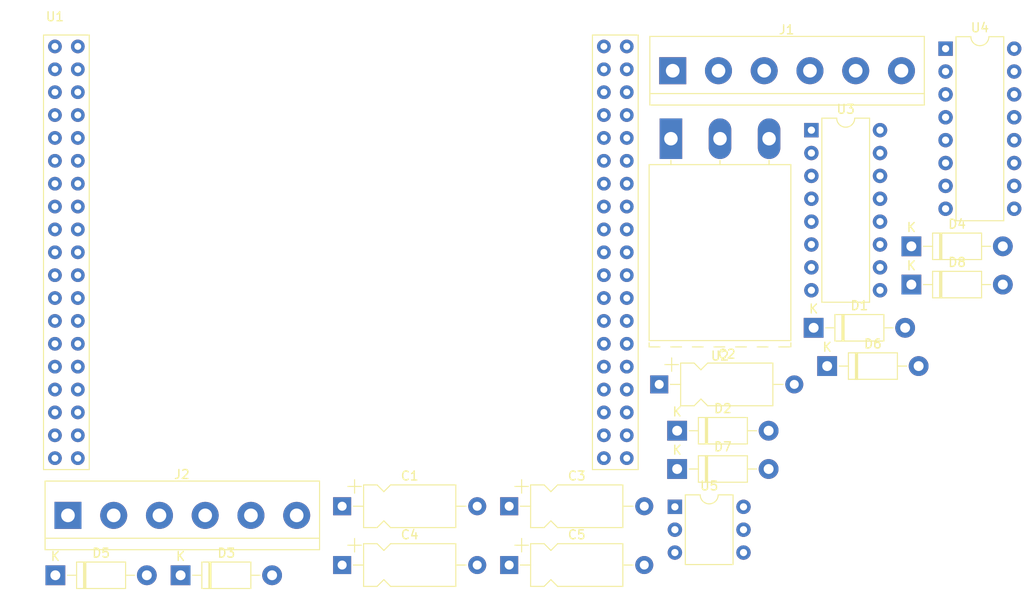
<source format=kicad_pcb>
(kicad_pcb (version 20171130) (host pcbnew "(5.1.6)-1")

  (general
    (thickness 1.6)
    (drawings 0)
    (tracks 0)
    (zones 0)
    (modules 20)
    (nets 85)
  )

  (page A4)
  (layers
    (0 F.Cu signal)
    (31 B.Cu signal)
    (32 B.Adhes user)
    (33 F.Adhes user)
    (34 B.Paste user)
    (35 F.Paste user)
    (36 B.SilkS user)
    (37 F.SilkS user)
    (38 B.Mask user)
    (39 F.Mask user)
    (40 Dwgs.User user)
    (41 Cmts.User user)
    (42 Eco1.User user)
    (43 Eco2.User user)
    (44 Edge.Cuts user)
    (45 Margin user)
    (46 B.CrtYd user)
    (47 F.CrtYd user)
    (48 B.Fab user)
    (49 F.Fab user)
  )

  (setup
    (last_trace_width 0.25)
    (trace_clearance 0.2)
    (zone_clearance 0.508)
    (zone_45_only no)
    (trace_min 0.2)
    (via_size 0.8)
    (via_drill 0.4)
    (via_min_size 0.4)
    (via_min_drill 0.3)
    (uvia_size 0.3)
    (uvia_drill 0.1)
    (uvias_allowed no)
    (uvia_min_size 0.2)
    (uvia_min_drill 0.1)
    (edge_width 0.05)
    (segment_width 0.2)
    (pcb_text_width 0.3)
    (pcb_text_size 1.5 1.5)
    (mod_edge_width 0.12)
    (mod_text_size 1 1)
    (mod_text_width 0.15)
    (pad_size 1.524 1.524)
    (pad_drill 0.762)
    (pad_to_mask_clearance 0.05)
    (aux_axis_origin 0 0)
    (visible_elements 7FFFFFFF)
    (pcbplotparams
      (layerselection 0x010fc_ffffffff)
      (usegerberextensions false)
      (usegerberattributes true)
      (usegerberadvancedattributes true)
      (creategerberjobfile true)
      (excludeedgelayer true)
      (linewidth 0.100000)
      (plotframeref false)
      (viasonmask false)
      (mode 1)
      (useauxorigin false)
      (hpglpennumber 1)
      (hpglpenspeed 20)
      (hpglpendiameter 15.000000)
      (psnegative false)
      (psa4output false)
      (plotreference true)
      (plotvalue true)
      (plotinvisibletext false)
      (padsonsilk false)
      (subtractmaskfromsilk false)
      (outputformat 1)
      (mirror false)
      (drillshape 1)
      (scaleselection 1)
      (outputdirectory ""))
  )

  (net 0 "")
  (net 1 "Net-(U1-PadA5)")
  (net 2 "Net-(U1-PadA7)")
  (net 3 "Net-(U1-PadA9)")
  (net 4 "Net-(U1-PadA10)")
  (net 5 "Net-(U1-PadA11)")
  (net 6 "Net-(U1-PadA12)")
  (net 7 "Net-(U1-PadA13)")
  (net 8 "Net-(U1-PadA14)")
  (net 9 "Net-(U1-PadA15)")
  (net 10 "Net-(U1-PadA23)")
  (net 11 "Net-(U1-PadA24)")
  (net 12 "Net-(U1-PadA25)")
  (net 13 "Net-(U1-PadA26)")
  (net 14 "Net-(U1-PadA27)")
  (net 15 "Net-(U1-PadA28)")
  (net 16 "Net-(U1-PadA29)")
  (net 17 "Net-(U1-PadA30)")
  (net 18 "Net-(U1-PadA31)")
  (net 19 "Net-(U1-PadA32)")
  (net 20 "Net-(U1-PadA33)")
  (net 21 "Net-(U1-PadA34)")
  (net 22 "Net-(U1-PadA36)")
  (net 23 "Net-(U1-PadA38)")
  (net 24 "Net-(U1-PadB1)")
  (net 25 "Net-(U1-PadB2)")
  (net 26 "Net-(U1-PadB4)")
  (net 27 "Net-(U1-PadB7)")
  (net 28 "Net-(U1-PadB11)")
  (net 29 "Net-(U1-PadB13)")
  (net 30 "Net-(U1-PadB15)")
  (net 31 "Net-(U1-PadB17)")
  (net 32 "Net-(U1-PadB19)")
  (net 33 "Net-(U1-PadB21)")
  (net 34 "Net-(U1-PadB23)")
  (net 35 "Net-(U1-PadB25)")
  (net 36 "Net-(U1-PadB27)")
  (net 37 "Net-(U1-PadB29)")
  (net 38 "Net-(U1-PadB31)")
  (net 39 "Net-(U1-PadB33)")
  (net 40 "Net-(U1-PadB35)")
  (net 41 "Net-(U1-PadB37)")
  (net 42 "Net-(U1-PadB6)")
  (net 43 "Net-(U1-PadB8)")
  (net 44 "Net-(U1-PadB10)")
  (net 45 "Net-(U1-PadB12)")
  (net 46 "Net-(U1-PadB14)")
  (net 47 "Net-(U1-PadB16)")
  (net 48 "Net-(U1-PadB18)")
  (net 49 "Net-(U1-PadB22)")
  (net 50 "Net-(U1-PadB24)")
  (net 51 "Net-(U1-PadB26)")
  (net 52 "Net-(U1-PadB28)")
  (net 53 "Net-(U1-PadB30)")
  (net 54 "Net-(U1-PadB34)")
  (net 55 "Net-(U1-PadB36)")
  (net 56 "Net-(U1-PadB38)")
  (net 57 +5V)
  (net 58 GND)
  (net 59 +12V)
  (net 60 "Net-(C2-Pad1)")
  (net 61 +3V3)
  (net 62 "Net-(D1-Pad2)")
  (net 63 "Net-(D2-Pad2)")
  (net 64 "Net-(D3-Pad2)")
  (net 65 "Net-(D4-Pad2)")
  (net 66 "Net-(D5-Pad2)")
  (net 67 "Net-(D6-Pad2)")
  (net 68 "Net-(D7-Pad2)")
  (net 69 "Net-(D8-Pad2)")
  (net 70 /STEP2)
  (net 71 /INH2)
  (net 72 /DIR2)
  (net 73 /HSM2)
  (net 74 /HSM1)
  (net 75 /INH1)
  (net 76 /STEP1)
  (net 77 /DIR1)
  (net 78 /SCL)
  (net 79 /SDA)
  (net 80 "Net-(U3-Pad12)")
  (net 81 "Net-(U3-Pad15)")
  (net 82 "Net-(U4-Pad15)")
  (net 83 "Net-(U4-Pad12)")
  (net 84 "Net-(U5-Pad5)")

  (net_class Default "This is the default net class."
    (clearance 0.2)
    (trace_width 0.25)
    (via_dia 0.8)
    (via_drill 0.4)
    (uvia_dia 0.3)
    (uvia_drill 0.1)
    (add_net +12V)
    (add_net +3V3)
    (add_net +5V)
    (add_net /DIR1)
    (add_net /DIR2)
    (add_net /HSM1)
    (add_net /HSM2)
    (add_net /INH1)
    (add_net /INH2)
    (add_net /SCL)
    (add_net /SDA)
    (add_net /STEP1)
    (add_net /STEP2)
    (add_net GND)
    (add_net "Net-(C2-Pad1)")
    (add_net "Net-(D1-Pad2)")
    (add_net "Net-(D2-Pad2)")
    (add_net "Net-(D3-Pad2)")
    (add_net "Net-(D4-Pad2)")
    (add_net "Net-(D5-Pad2)")
    (add_net "Net-(D6-Pad2)")
    (add_net "Net-(D7-Pad2)")
    (add_net "Net-(D8-Pad2)")
    (add_net "Net-(U1-PadA10)")
    (add_net "Net-(U1-PadA11)")
    (add_net "Net-(U1-PadA12)")
    (add_net "Net-(U1-PadA13)")
    (add_net "Net-(U1-PadA14)")
    (add_net "Net-(U1-PadA15)")
    (add_net "Net-(U1-PadA23)")
    (add_net "Net-(U1-PadA24)")
    (add_net "Net-(U1-PadA25)")
    (add_net "Net-(U1-PadA26)")
    (add_net "Net-(U1-PadA27)")
    (add_net "Net-(U1-PadA28)")
    (add_net "Net-(U1-PadA29)")
    (add_net "Net-(U1-PadA30)")
    (add_net "Net-(U1-PadA31)")
    (add_net "Net-(U1-PadA32)")
    (add_net "Net-(U1-PadA33)")
    (add_net "Net-(U1-PadA34)")
    (add_net "Net-(U1-PadA36)")
    (add_net "Net-(U1-PadA38)")
    (add_net "Net-(U1-PadA5)")
    (add_net "Net-(U1-PadA7)")
    (add_net "Net-(U1-PadA9)")
    (add_net "Net-(U1-PadB1)")
    (add_net "Net-(U1-PadB10)")
    (add_net "Net-(U1-PadB11)")
    (add_net "Net-(U1-PadB12)")
    (add_net "Net-(U1-PadB13)")
    (add_net "Net-(U1-PadB14)")
    (add_net "Net-(U1-PadB15)")
    (add_net "Net-(U1-PadB16)")
    (add_net "Net-(U1-PadB17)")
    (add_net "Net-(U1-PadB18)")
    (add_net "Net-(U1-PadB19)")
    (add_net "Net-(U1-PadB2)")
    (add_net "Net-(U1-PadB21)")
    (add_net "Net-(U1-PadB22)")
    (add_net "Net-(U1-PadB23)")
    (add_net "Net-(U1-PadB24)")
    (add_net "Net-(U1-PadB25)")
    (add_net "Net-(U1-PadB26)")
    (add_net "Net-(U1-PadB27)")
    (add_net "Net-(U1-PadB28)")
    (add_net "Net-(U1-PadB29)")
    (add_net "Net-(U1-PadB30)")
    (add_net "Net-(U1-PadB31)")
    (add_net "Net-(U1-PadB33)")
    (add_net "Net-(U1-PadB34)")
    (add_net "Net-(U1-PadB35)")
    (add_net "Net-(U1-PadB36)")
    (add_net "Net-(U1-PadB37)")
    (add_net "Net-(U1-PadB38)")
    (add_net "Net-(U1-PadB4)")
    (add_net "Net-(U1-PadB6)")
    (add_net "Net-(U1-PadB7)")
    (add_net "Net-(U1-PadB8)")
    (add_net "Net-(U3-Pad12)")
    (add_net "Net-(U3-Pad15)")
    (add_net "Net-(U4-Pad12)")
    (add_net "Net-(U4-Pad15)")
    (add_net "Net-(U5-Pad5)")
  )

  (module Capacitor_THT:CP_Axial_L10.0mm_D4.5mm_P15.00mm_Horizontal (layer F.Cu) (tedit 5AE50EF2) (tstamp 5F32135E)
    (at 138.127001 150.180001)
    (descr "CP, Axial series, Axial, Horizontal, pin pitch=15mm, , length*diameter=10*4.5mm^2, Electrolytic Capacitor, , http://www.vishay.com/docs/28325/021asm.pdf")
    (tags "CP Axial series Axial Horizontal pin pitch 15mm  length 10mm diameter 4.5mm Electrolytic Capacitor")
    (path /5F4ED1D5)
    (fp_text reference C1 (at 7.5 -3.37) (layer F.SilkS)
      (effects (font (size 1 1) (thickness 0.15)))
    )
    (fp_text value 330pF (at 7.5 3.37) (layer F.Fab)
      (effects (font (size 1 1) (thickness 0.15)))
    )
    (fp_text user %R (at 7.5 0) (layer F.Fab)
      (effects (font (size 1 1) (thickness 0.15)))
    )
    (fp_line (start 2.5 -2.25) (end 2.5 2.25) (layer F.Fab) (width 0.1))
    (fp_line (start 12.5 -2.25) (end 12.5 2.25) (layer F.Fab) (width 0.1))
    (fp_line (start 2.5 -2.25) (end 3.88 -2.25) (layer F.Fab) (width 0.1))
    (fp_line (start 3.88 -2.25) (end 4.63 -1.5) (layer F.Fab) (width 0.1))
    (fp_line (start 4.63 -1.5) (end 5.38 -2.25) (layer F.Fab) (width 0.1))
    (fp_line (start 5.38 -2.25) (end 12.5 -2.25) (layer F.Fab) (width 0.1))
    (fp_line (start 2.5 2.25) (end 3.88 2.25) (layer F.Fab) (width 0.1))
    (fp_line (start 3.88 2.25) (end 4.63 1.5) (layer F.Fab) (width 0.1))
    (fp_line (start 4.63 1.5) (end 5.38 2.25) (layer F.Fab) (width 0.1))
    (fp_line (start 5.38 2.25) (end 12.5 2.25) (layer F.Fab) (width 0.1))
    (fp_line (start 0 0) (end 2.5 0) (layer F.Fab) (width 0.1))
    (fp_line (start 15 0) (end 12.5 0) (layer F.Fab) (width 0.1))
    (fp_line (start 3.9 0) (end 5.4 0) (layer F.Fab) (width 0.1))
    (fp_line (start 4.65 -0.75) (end 4.65 0.75) (layer F.Fab) (width 0.1))
    (fp_line (start 0.63 -2.2) (end 2.13 -2.2) (layer F.SilkS) (width 0.12))
    (fp_line (start 1.38 -2.95) (end 1.38 -1.45) (layer F.SilkS) (width 0.12))
    (fp_line (start 2.38 -2.37) (end 2.38 2.37) (layer F.SilkS) (width 0.12))
    (fp_line (start 12.62 -2.37) (end 12.62 2.37) (layer F.SilkS) (width 0.12))
    (fp_line (start 2.38 -2.37) (end 3.88 -2.37) (layer F.SilkS) (width 0.12))
    (fp_line (start 3.88 -2.37) (end 4.63 -1.62) (layer F.SilkS) (width 0.12))
    (fp_line (start 4.63 -1.62) (end 5.38 -2.37) (layer F.SilkS) (width 0.12))
    (fp_line (start 5.38 -2.37) (end 12.62 -2.37) (layer F.SilkS) (width 0.12))
    (fp_line (start 2.38 2.37) (end 3.88 2.37) (layer F.SilkS) (width 0.12))
    (fp_line (start 3.88 2.37) (end 4.63 1.62) (layer F.SilkS) (width 0.12))
    (fp_line (start 4.63 1.62) (end 5.38 2.37) (layer F.SilkS) (width 0.12))
    (fp_line (start 5.38 2.37) (end 12.62 2.37) (layer F.SilkS) (width 0.12))
    (fp_line (start 1.24 0) (end 2.38 0) (layer F.SilkS) (width 0.12))
    (fp_line (start 13.76 0) (end 12.62 0) (layer F.SilkS) (width 0.12))
    (fp_line (start -1.25 -2.5) (end -1.25 2.5) (layer F.CrtYd) (width 0.05))
    (fp_line (start -1.25 2.5) (end 16.25 2.5) (layer F.CrtYd) (width 0.05))
    (fp_line (start 16.25 2.5) (end 16.25 -2.5) (layer F.CrtYd) (width 0.05))
    (fp_line (start 16.25 -2.5) (end -1.25 -2.5) (layer F.CrtYd) (width 0.05))
    (pad 2 thru_hole oval (at 15 0) (size 2 2) (drill 1) (layers *.Cu *.Mask)
      (net 58 GND))
    (pad 1 thru_hole rect (at 0 0) (size 2 2) (drill 1) (layers *.Cu *.Mask)
      (net 59 +12V))
    (model ${KISYS3DMOD}/Capacitor_THT.3dshapes/CP_Axial_L10.0mm_D4.5mm_P15.00mm_Horizontal.wrl
      (at (xyz 0 0 0))
      (scale (xyz 1 1 1))
      (rotate (xyz 0 0 0))
    )
  )

  (module Capacitor_THT:CP_Axial_L10.0mm_D4.5mm_P15.00mm_Horizontal (layer F.Cu) (tedit 5AE50EF2) (tstamp 5F321385)
    (at 173.337001 136.650001)
    (descr "CP, Axial series, Axial, Horizontal, pin pitch=15mm, , length*diameter=10*4.5mm^2, Electrolytic Capacitor, , http://www.vishay.com/docs/28325/021asm.pdf")
    (tags "CP Axial series Axial Horizontal pin pitch 15mm  length 10mm diameter 4.5mm Electrolytic Capacitor")
    (path /5F4EDB1D)
    (fp_text reference C2 (at 7.5 -3.37) (layer F.SilkS)
      (effects (font (size 1 1) (thickness 0.15)))
    )
    (fp_text value 0.1μF (at 7.5 3.37) (layer F.Fab)
      (effects (font (size 1 1) (thickness 0.15)))
    )
    (fp_line (start 16.25 -2.5) (end -1.25 -2.5) (layer F.CrtYd) (width 0.05))
    (fp_line (start 16.25 2.5) (end 16.25 -2.5) (layer F.CrtYd) (width 0.05))
    (fp_line (start -1.25 2.5) (end 16.25 2.5) (layer F.CrtYd) (width 0.05))
    (fp_line (start -1.25 -2.5) (end -1.25 2.5) (layer F.CrtYd) (width 0.05))
    (fp_line (start 13.76 0) (end 12.62 0) (layer F.SilkS) (width 0.12))
    (fp_line (start 1.24 0) (end 2.38 0) (layer F.SilkS) (width 0.12))
    (fp_line (start 5.38 2.37) (end 12.62 2.37) (layer F.SilkS) (width 0.12))
    (fp_line (start 4.63 1.62) (end 5.38 2.37) (layer F.SilkS) (width 0.12))
    (fp_line (start 3.88 2.37) (end 4.63 1.62) (layer F.SilkS) (width 0.12))
    (fp_line (start 2.38 2.37) (end 3.88 2.37) (layer F.SilkS) (width 0.12))
    (fp_line (start 5.38 -2.37) (end 12.62 -2.37) (layer F.SilkS) (width 0.12))
    (fp_line (start 4.63 -1.62) (end 5.38 -2.37) (layer F.SilkS) (width 0.12))
    (fp_line (start 3.88 -2.37) (end 4.63 -1.62) (layer F.SilkS) (width 0.12))
    (fp_line (start 2.38 -2.37) (end 3.88 -2.37) (layer F.SilkS) (width 0.12))
    (fp_line (start 12.62 -2.37) (end 12.62 2.37) (layer F.SilkS) (width 0.12))
    (fp_line (start 2.38 -2.37) (end 2.38 2.37) (layer F.SilkS) (width 0.12))
    (fp_line (start 1.38 -2.95) (end 1.38 -1.45) (layer F.SilkS) (width 0.12))
    (fp_line (start 0.63 -2.2) (end 2.13 -2.2) (layer F.SilkS) (width 0.12))
    (fp_line (start 4.65 -0.75) (end 4.65 0.75) (layer F.Fab) (width 0.1))
    (fp_line (start 3.9 0) (end 5.4 0) (layer F.Fab) (width 0.1))
    (fp_line (start 15 0) (end 12.5 0) (layer F.Fab) (width 0.1))
    (fp_line (start 0 0) (end 2.5 0) (layer F.Fab) (width 0.1))
    (fp_line (start 5.38 2.25) (end 12.5 2.25) (layer F.Fab) (width 0.1))
    (fp_line (start 4.63 1.5) (end 5.38 2.25) (layer F.Fab) (width 0.1))
    (fp_line (start 3.88 2.25) (end 4.63 1.5) (layer F.Fab) (width 0.1))
    (fp_line (start 2.5 2.25) (end 3.88 2.25) (layer F.Fab) (width 0.1))
    (fp_line (start 5.38 -2.25) (end 12.5 -2.25) (layer F.Fab) (width 0.1))
    (fp_line (start 4.63 -1.5) (end 5.38 -2.25) (layer F.Fab) (width 0.1))
    (fp_line (start 3.88 -2.25) (end 4.63 -1.5) (layer F.Fab) (width 0.1))
    (fp_line (start 2.5 -2.25) (end 3.88 -2.25) (layer F.Fab) (width 0.1))
    (fp_line (start 12.5 -2.25) (end 12.5 2.25) (layer F.Fab) (width 0.1))
    (fp_line (start 2.5 -2.25) (end 2.5 2.25) (layer F.Fab) (width 0.1))
    (fp_text user %R (at 7.5 0) (layer F.Fab)
      (effects (font (size 1 1) (thickness 0.15)))
    )
    (pad 1 thru_hole rect (at 0 0) (size 2 2) (drill 1) (layers *.Cu *.Mask)
      (net 60 "Net-(C2-Pad1)"))
    (pad 2 thru_hole oval (at 15 0) (size 2 2) (drill 1) (layers *.Cu *.Mask)
      (net 58 GND))
    (model ${KISYS3DMOD}/Capacitor_THT.3dshapes/CP_Axial_L10.0mm_D4.5mm_P15.00mm_Horizontal.wrl
      (at (xyz 0 0 0))
      (scale (xyz 1 1 1))
      (rotate (xyz 0 0 0))
    )
  )

  (module Capacitor_THT:CP_Axial_L10.0mm_D4.5mm_P15.00mm_Horizontal (layer F.Cu) (tedit 5AE50EF2) (tstamp 5F3213AC)
    (at 156.677001 150.180001)
    (descr "CP, Axial series, Axial, Horizontal, pin pitch=15mm, , length*diameter=10*4.5mm^2, Electrolytic Capacitor, , http://www.vishay.com/docs/28325/021asm.pdf")
    (tags "CP Axial series Axial Horizontal pin pitch 15mm  length 10mm diameter 4.5mm Electrolytic Capacitor")
    (path /5F4264E4)
    (fp_text reference C3 (at 7.5 -3.37) (layer F.SilkS)
      (effects (font (size 1 1) (thickness 0.15)))
    )
    (fp_text value 0.1μF (at 7.5 3.37) (layer F.Fab)
      (effects (font (size 1 1) (thickness 0.15)))
    )
    (fp_line (start 16.25 -2.5) (end -1.25 -2.5) (layer F.CrtYd) (width 0.05))
    (fp_line (start 16.25 2.5) (end 16.25 -2.5) (layer F.CrtYd) (width 0.05))
    (fp_line (start -1.25 2.5) (end 16.25 2.5) (layer F.CrtYd) (width 0.05))
    (fp_line (start -1.25 -2.5) (end -1.25 2.5) (layer F.CrtYd) (width 0.05))
    (fp_line (start 13.76 0) (end 12.62 0) (layer F.SilkS) (width 0.12))
    (fp_line (start 1.24 0) (end 2.38 0) (layer F.SilkS) (width 0.12))
    (fp_line (start 5.38 2.37) (end 12.62 2.37) (layer F.SilkS) (width 0.12))
    (fp_line (start 4.63 1.62) (end 5.38 2.37) (layer F.SilkS) (width 0.12))
    (fp_line (start 3.88 2.37) (end 4.63 1.62) (layer F.SilkS) (width 0.12))
    (fp_line (start 2.38 2.37) (end 3.88 2.37) (layer F.SilkS) (width 0.12))
    (fp_line (start 5.38 -2.37) (end 12.62 -2.37) (layer F.SilkS) (width 0.12))
    (fp_line (start 4.63 -1.62) (end 5.38 -2.37) (layer F.SilkS) (width 0.12))
    (fp_line (start 3.88 -2.37) (end 4.63 -1.62) (layer F.SilkS) (width 0.12))
    (fp_line (start 2.38 -2.37) (end 3.88 -2.37) (layer F.SilkS) (width 0.12))
    (fp_line (start 12.62 -2.37) (end 12.62 2.37) (layer F.SilkS) (width 0.12))
    (fp_line (start 2.38 -2.37) (end 2.38 2.37) (layer F.SilkS) (width 0.12))
    (fp_line (start 1.38 -2.95) (end 1.38 -1.45) (layer F.SilkS) (width 0.12))
    (fp_line (start 0.63 -2.2) (end 2.13 -2.2) (layer F.SilkS) (width 0.12))
    (fp_line (start 4.65 -0.75) (end 4.65 0.75) (layer F.Fab) (width 0.1))
    (fp_line (start 3.9 0) (end 5.4 0) (layer F.Fab) (width 0.1))
    (fp_line (start 15 0) (end 12.5 0) (layer F.Fab) (width 0.1))
    (fp_line (start 0 0) (end 2.5 0) (layer F.Fab) (width 0.1))
    (fp_line (start 5.38 2.25) (end 12.5 2.25) (layer F.Fab) (width 0.1))
    (fp_line (start 4.63 1.5) (end 5.38 2.25) (layer F.Fab) (width 0.1))
    (fp_line (start 3.88 2.25) (end 4.63 1.5) (layer F.Fab) (width 0.1))
    (fp_line (start 2.5 2.25) (end 3.88 2.25) (layer F.Fab) (width 0.1))
    (fp_line (start 5.38 -2.25) (end 12.5 -2.25) (layer F.Fab) (width 0.1))
    (fp_line (start 4.63 -1.5) (end 5.38 -2.25) (layer F.Fab) (width 0.1))
    (fp_line (start 3.88 -2.25) (end 4.63 -1.5) (layer F.Fab) (width 0.1))
    (fp_line (start 2.5 -2.25) (end 3.88 -2.25) (layer F.Fab) (width 0.1))
    (fp_line (start 12.5 -2.25) (end 12.5 2.25) (layer F.Fab) (width 0.1))
    (fp_line (start 2.5 -2.25) (end 2.5 2.25) (layer F.Fab) (width 0.1))
    (fp_text user %R (at 7.5 0) (layer F.Fab)
      (effects (font (size 1 1) (thickness 0.15)))
    )
    (pad 1 thru_hole rect (at 0 0) (size 2 2) (drill 1) (layers *.Cu *.Mask)
      (net 57 +5V))
    (pad 2 thru_hole oval (at 15 0) (size 2 2) (drill 1) (layers *.Cu *.Mask)
      (net 58 GND))
    (model ${KISYS3DMOD}/Capacitor_THT.3dshapes/CP_Axial_L10.0mm_D4.5mm_P15.00mm_Horizontal.wrl
      (at (xyz 0 0 0))
      (scale (xyz 1 1 1))
      (rotate (xyz 0 0 0))
    )
  )

  (module Capacitor_THT:CP_Axial_L10.0mm_D4.5mm_P15.00mm_Horizontal (layer F.Cu) (tedit 5AE50EF2) (tstamp 5F3213D3)
    (at 138.127001 156.710001)
    (descr "CP, Axial series, Axial, Horizontal, pin pitch=15mm, , length*diameter=10*4.5mm^2, Electrolytic Capacitor, , http://www.vishay.com/docs/28325/021asm.pdf")
    (tags "CP Axial series Axial Horizontal pin pitch 15mm  length 10mm diameter 4.5mm Electrolytic Capacitor")
    (path /5F435163)
    (fp_text reference C4 (at 7.5 -3.37) (layer F.SilkS)
      (effects (font (size 1 1) (thickness 0.15)))
    )
    (fp_text value 0.1μF (at 7.5 3.37) (layer F.Fab)
      (effects (font (size 1 1) (thickness 0.15)))
    )
    (fp_text user %R (at 7.5 0) (layer F.Fab)
      (effects (font (size 1 1) (thickness 0.15)))
    )
    (fp_line (start 2.5 -2.25) (end 2.5 2.25) (layer F.Fab) (width 0.1))
    (fp_line (start 12.5 -2.25) (end 12.5 2.25) (layer F.Fab) (width 0.1))
    (fp_line (start 2.5 -2.25) (end 3.88 -2.25) (layer F.Fab) (width 0.1))
    (fp_line (start 3.88 -2.25) (end 4.63 -1.5) (layer F.Fab) (width 0.1))
    (fp_line (start 4.63 -1.5) (end 5.38 -2.25) (layer F.Fab) (width 0.1))
    (fp_line (start 5.38 -2.25) (end 12.5 -2.25) (layer F.Fab) (width 0.1))
    (fp_line (start 2.5 2.25) (end 3.88 2.25) (layer F.Fab) (width 0.1))
    (fp_line (start 3.88 2.25) (end 4.63 1.5) (layer F.Fab) (width 0.1))
    (fp_line (start 4.63 1.5) (end 5.38 2.25) (layer F.Fab) (width 0.1))
    (fp_line (start 5.38 2.25) (end 12.5 2.25) (layer F.Fab) (width 0.1))
    (fp_line (start 0 0) (end 2.5 0) (layer F.Fab) (width 0.1))
    (fp_line (start 15 0) (end 12.5 0) (layer F.Fab) (width 0.1))
    (fp_line (start 3.9 0) (end 5.4 0) (layer F.Fab) (width 0.1))
    (fp_line (start 4.65 -0.75) (end 4.65 0.75) (layer F.Fab) (width 0.1))
    (fp_line (start 0.63 -2.2) (end 2.13 -2.2) (layer F.SilkS) (width 0.12))
    (fp_line (start 1.38 -2.95) (end 1.38 -1.45) (layer F.SilkS) (width 0.12))
    (fp_line (start 2.38 -2.37) (end 2.38 2.37) (layer F.SilkS) (width 0.12))
    (fp_line (start 12.62 -2.37) (end 12.62 2.37) (layer F.SilkS) (width 0.12))
    (fp_line (start 2.38 -2.37) (end 3.88 -2.37) (layer F.SilkS) (width 0.12))
    (fp_line (start 3.88 -2.37) (end 4.63 -1.62) (layer F.SilkS) (width 0.12))
    (fp_line (start 4.63 -1.62) (end 5.38 -2.37) (layer F.SilkS) (width 0.12))
    (fp_line (start 5.38 -2.37) (end 12.62 -2.37) (layer F.SilkS) (width 0.12))
    (fp_line (start 2.38 2.37) (end 3.88 2.37) (layer F.SilkS) (width 0.12))
    (fp_line (start 3.88 2.37) (end 4.63 1.62) (layer F.SilkS) (width 0.12))
    (fp_line (start 4.63 1.62) (end 5.38 2.37) (layer F.SilkS) (width 0.12))
    (fp_line (start 5.38 2.37) (end 12.62 2.37) (layer F.SilkS) (width 0.12))
    (fp_line (start 1.24 0) (end 2.38 0) (layer F.SilkS) (width 0.12))
    (fp_line (start 13.76 0) (end 12.62 0) (layer F.SilkS) (width 0.12))
    (fp_line (start -1.25 -2.5) (end -1.25 2.5) (layer F.CrtYd) (width 0.05))
    (fp_line (start -1.25 2.5) (end 16.25 2.5) (layer F.CrtYd) (width 0.05))
    (fp_line (start 16.25 2.5) (end 16.25 -2.5) (layer F.CrtYd) (width 0.05))
    (fp_line (start 16.25 -2.5) (end -1.25 -2.5) (layer F.CrtYd) (width 0.05))
    (pad 2 thru_hole oval (at 15 0) (size 2 2) (drill 1) (layers *.Cu *.Mask)
      (net 58 GND))
    (pad 1 thru_hole rect (at 0 0) (size 2 2) (drill 1) (layers *.Cu *.Mask)
      (net 57 +5V))
    (model ${KISYS3DMOD}/Capacitor_THT.3dshapes/CP_Axial_L10.0mm_D4.5mm_P15.00mm_Horizontal.wrl
      (at (xyz 0 0 0))
      (scale (xyz 1 1 1))
      (rotate (xyz 0 0 0))
    )
  )

  (module Capacitor_THT:CP_Axial_L10.0mm_D4.5mm_P15.00mm_Horizontal (layer F.Cu) (tedit 5AE50EF2) (tstamp 5F3213FA)
    (at 156.677001 156.710001)
    (descr "CP, Axial series, Axial, Horizontal, pin pitch=15mm, , length*diameter=10*4.5mm^2, Electrolytic Capacitor, , http://www.vishay.com/docs/28325/021asm.pdf")
    (tags "CP Axial series Axial Horizontal pin pitch 15mm  length 10mm diameter 4.5mm Electrolytic Capacitor")
    (path /5F55F177)
    (fp_text reference C5 (at 7.5 -3.37) (layer F.SilkS)
      (effects (font (size 1 1) (thickness 0.15)))
    )
    (fp_text value 0.1μF (at 7.5 3.37) (layer F.Fab)
      (effects (font (size 1 1) (thickness 0.15)))
    )
    (fp_line (start 16.25 -2.5) (end -1.25 -2.5) (layer F.CrtYd) (width 0.05))
    (fp_line (start 16.25 2.5) (end 16.25 -2.5) (layer F.CrtYd) (width 0.05))
    (fp_line (start -1.25 2.5) (end 16.25 2.5) (layer F.CrtYd) (width 0.05))
    (fp_line (start -1.25 -2.5) (end -1.25 2.5) (layer F.CrtYd) (width 0.05))
    (fp_line (start 13.76 0) (end 12.62 0) (layer F.SilkS) (width 0.12))
    (fp_line (start 1.24 0) (end 2.38 0) (layer F.SilkS) (width 0.12))
    (fp_line (start 5.38 2.37) (end 12.62 2.37) (layer F.SilkS) (width 0.12))
    (fp_line (start 4.63 1.62) (end 5.38 2.37) (layer F.SilkS) (width 0.12))
    (fp_line (start 3.88 2.37) (end 4.63 1.62) (layer F.SilkS) (width 0.12))
    (fp_line (start 2.38 2.37) (end 3.88 2.37) (layer F.SilkS) (width 0.12))
    (fp_line (start 5.38 -2.37) (end 12.62 -2.37) (layer F.SilkS) (width 0.12))
    (fp_line (start 4.63 -1.62) (end 5.38 -2.37) (layer F.SilkS) (width 0.12))
    (fp_line (start 3.88 -2.37) (end 4.63 -1.62) (layer F.SilkS) (width 0.12))
    (fp_line (start 2.38 -2.37) (end 3.88 -2.37) (layer F.SilkS) (width 0.12))
    (fp_line (start 12.62 -2.37) (end 12.62 2.37) (layer F.SilkS) (width 0.12))
    (fp_line (start 2.38 -2.37) (end 2.38 2.37) (layer F.SilkS) (width 0.12))
    (fp_line (start 1.38 -2.95) (end 1.38 -1.45) (layer F.SilkS) (width 0.12))
    (fp_line (start 0.63 -2.2) (end 2.13 -2.2) (layer F.SilkS) (width 0.12))
    (fp_line (start 4.65 -0.75) (end 4.65 0.75) (layer F.Fab) (width 0.1))
    (fp_line (start 3.9 0) (end 5.4 0) (layer F.Fab) (width 0.1))
    (fp_line (start 15 0) (end 12.5 0) (layer F.Fab) (width 0.1))
    (fp_line (start 0 0) (end 2.5 0) (layer F.Fab) (width 0.1))
    (fp_line (start 5.38 2.25) (end 12.5 2.25) (layer F.Fab) (width 0.1))
    (fp_line (start 4.63 1.5) (end 5.38 2.25) (layer F.Fab) (width 0.1))
    (fp_line (start 3.88 2.25) (end 4.63 1.5) (layer F.Fab) (width 0.1))
    (fp_line (start 2.5 2.25) (end 3.88 2.25) (layer F.Fab) (width 0.1))
    (fp_line (start 5.38 -2.25) (end 12.5 -2.25) (layer F.Fab) (width 0.1))
    (fp_line (start 4.63 -1.5) (end 5.38 -2.25) (layer F.Fab) (width 0.1))
    (fp_line (start 3.88 -2.25) (end 4.63 -1.5) (layer F.Fab) (width 0.1))
    (fp_line (start 2.5 -2.25) (end 3.88 -2.25) (layer F.Fab) (width 0.1))
    (fp_line (start 12.5 -2.25) (end 12.5 2.25) (layer F.Fab) (width 0.1))
    (fp_line (start 2.5 -2.25) (end 2.5 2.25) (layer F.Fab) (width 0.1))
    (fp_text user %R (at 7.5 0) (layer F.Fab)
      (effects (font (size 1 1) (thickness 0.15)))
    )
    (pad 1 thru_hole rect (at 0 0) (size 2 2) (drill 1) (layers *.Cu *.Mask)
      (net 61 +3V3))
    (pad 2 thru_hole oval (at 15 0) (size 2 2) (drill 1) (layers *.Cu *.Mask)
      (net 58 GND))
    (model ${KISYS3DMOD}/Capacitor_THT.3dshapes/CP_Axial_L10.0mm_D4.5mm_P15.00mm_Horizontal.wrl
      (at (xyz 0 0 0))
      (scale (xyz 1 1 1))
      (rotate (xyz 0 0 0))
    )
  )

  (module Diode_THT:D_DO-41_SOD81_P10.16mm_Horizontal (layer F.Cu) (tedit 5AE50CD5) (tstamp 5F321419)
    (at 190.487001 130.365001)
    (descr "Diode, DO-41_SOD81 series, Axial, Horizontal, pin pitch=10.16mm, , length*diameter=5.2*2.7mm^2, , http://www.diodes.com/_files/packages/DO-41%20(Plastic).pdf")
    (tags "Diode DO-41_SOD81 series Axial Horizontal pin pitch 10.16mm  length 5.2mm diameter 2.7mm")
    (path /5F34DA88)
    (fp_text reference D1 (at 5.08 -2.47) (layer F.SilkS)
      (effects (font (size 1 1) (thickness 0.15)))
    )
    (fp_text value 1N4007 (at 5.08 2.47) (layer F.Fab)
      (effects (font (size 1 1) (thickness 0.15)))
    )
    (fp_line (start 11.51 -1.6) (end -1.35 -1.6) (layer F.CrtYd) (width 0.05))
    (fp_line (start 11.51 1.6) (end 11.51 -1.6) (layer F.CrtYd) (width 0.05))
    (fp_line (start -1.35 1.6) (end 11.51 1.6) (layer F.CrtYd) (width 0.05))
    (fp_line (start -1.35 -1.6) (end -1.35 1.6) (layer F.CrtYd) (width 0.05))
    (fp_line (start 3.14 -1.47) (end 3.14 1.47) (layer F.SilkS) (width 0.12))
    (fp_line (start 3.38 -1.47) (end 3.38 1.47) (layer F.SilkS) (width 0.12))
    (fp_line (start 3.26 -1.47) (end 3.26 1.47) (layer F.SilkS) (width 0.12))
    (fp_line (start 8.82 0) (end 7.8 0) (layer F.SilkS) (width 0.12))
    (fp_line (start 1.34 0) (end 2.36 0) (layer F.SilkS) (width 0.12))
    (fp_line (start 7.8 -1.47) (end 2.36 -1.47) (layer F.SilkS) (width 0.12))
    (fp_line (start 7.8 1.47) (end 7.8 -1.47) (layer F.SilkS) (width 0.12))
    (fp_line (start 2.36 1.47) (end 7.8 1.47) (layer F.SilkS) (width 0.12))
    (fp_line (start 2.36 -1.47) (end 2.36 1.47) (layer F.SilkS) (width 0.12))
    (fp_line (start 3.16 -1.35) (end 3.16 1.35) (layer F.Fab) (width 0.1))
    (fp_line (start 3.36 -1.35) (end 3.36 1.35) (layer F.Fab) (width 0.1))
    (fp_line (start 3.26 -1.35) (end 3.26 1.35) (layer F.Fab) (width 0.1))
    (fp_line (start 10.16 0) (end 7.68 0) (layer F.Fab) (width 0.1))
    (fp_line (start 0 0) (end 2.48 0) (layer F.Fab) (width 0.1))
    (fp_line (start 7.68 -1.35) (end 2.48 -1.35) (layer F.Fab) (width 0.1))
    (fp_line (start 7.68 1.35) (end 7.68 -1.35) (layer F.Fab) (width 0.1))
    (fp_line (start 2.48 1.35) (end 7.68 1.35) (layer F.Fab) (width 0.1))
    (fp_line (start 2.48 -1.35) (end 2.48 1.35) (layer F.Fab) (width 0.1))
    (fp_text user %R (at 5.47 0) (layer F.Fab)
      (effects (font (size 1 1) (thickness 0.15)))
    )
    (fp_text user K (at 0 -2.1) (layer F.Fab)
      (effects (font (size 1 1) (thickness 0.15)))
    )
    (fp_text user K (at 0 -2.1) (layer F.SilkS)
      (effects (font (size 1 1) (thickness 0.15)))
    )
    (pad 1 thru_hole rect (at 0 0) (size 2.2 2.2) (drill 1.1) (layers *.Cu *.Mask)
      (net 59 +12V))
    (pad 2 thru_hole oval (at 10.16 0) (size 2.2 2.2) (drill 1.1) (layers *.Cu *.Mask)
      (net 62 "Net-(D1-Pad2)"))
    (model ${KISYS3DMOD}/Diode_THT.3dshapes/D_DO-41_SOD81_P10.16mm_Horizontal.wrl
      (at (xyz 0 0 0))
      (scale (xyz 1 1 1))
      (rotate (xyz 0 0 0))
    )
  )

  (module Diode_THT:D_DO-41_SOD81_P10.16mm_Horizontal (layer F.Cu) (tedit 5AE50CD5) (tstamp 5F321438)
    (at 175.327001 141.795001)
    (descr "Diode, DO-41_SOD81 series, Axial, Horizontal, pin pitch=10.16mm, , length*diameter=5.2*2.7mm^2, , http://www.diodes.com/_files/packages/DO-41%20(Plastic).pdf")
    (tags "Diode DO-41_SOD81 series Axial Horizontal pin pitch 10.16mm  length 5.2mm diameter 2.7mm")
    (path /5F3F53E8)
    (fp_text reference D2 (at 5.08 -2.47) (layer F.SilkS)
      (effects (font (size 1 1) (thickness 0.15)))
    )
    (fp_text value 1N4007 (at 5.08 2.47) (layer F.Fab)
      (effects (font (size 1 1) (thickness 0.15)))
    )
    (fp_line (start 11.51 -1.6) (end -1.35 -1.6) (layer F.CrtYd) (width 0.05))
    (fp_line (start 11.51 1.6) (end 11.51 -1.6) (layer F.CrtYd) (width 0.05))
    (fp_line (start -1.35 1.6) (end 11.51 1.6) (layer F.CrtYd) (width 0.05))
    (fp_line (start -1.35 -1.6) (end -1.35 1.6) (layer F.CrtYd) (width 0.05))
    (fp_line (start 3.14 -1.47) (end 3.14 1.47) (layer F.SilkS) (width 0.12))
    (fp_line (start 3.38 -1.47) (end 3.38 1.47) (layer F.SilkS) (width 0.12))
    (fp_line (start 3.26 -1.47) (end 3.26 1.47) (layer F.SilkS) (width 0.12))
    (fp_line (start 8.82 0) (end 7.8 0) (layer F.SilkS) (width 0.12))
    (fp_line (start 1.34 0) (end 2.36 0) (layer F.SilkS) (width 0.12))
    (fp_line (start 7.8 -1.47) (end 2.36 -1.47) (layer F.SilkS) (width 0.12))
    (fp_line (start 7.8 1.47) (end 7.8 -1.47) (layer F.SilkS) (width 0.12))
    (fp_line (start 2.36 1.47) (end 7.8 1.47) (layer F.SilkS) (width 0.12))
    (fp_line (start 2.36 -1.47) (end 2.36 1.47) (layer F.SilkS) (width 0.12))
    (fp_line (start 3.16 -1.35) (end 3.16 1.35) (layer F.Fab) (width 0.1))
    (fp_line (start 3.36 -1.35) (end 3.36 1.35) (layer F.Fab) (width 0.1))
    (fp_line (start 3.26 -1.35) (end 3.26 1.35) (layer F.Fab) (width 0.1))
    (fp_line (start 10.16 0) (end 7.68 0) (layer F.Fab) (width 0.1))
    (fp_line (start 0 0) (end 2.48 0) (layer F.Fab) (width 0.1))
    (fp_line (start 7.68 -1.35) (end 2.48 -1.35) (layer F.Fab) (width 0.1))
    (fp_line (start 7.68 1.35) (end 7.68 -1.35) (layer F.Fab) (width 0.1))
    (fp_line (start 2.48 1.35) (end 7.68 1.35) (layer F.Fab) (width 0.1))
    (fp_line (start 2.48 -1.35) (end 2.48 1.35) (layer F.Fab) (width 0.1))
    (fp_text user %R (at 5.47 0) (layer F.Fab)
      (effects (font (size 1 1) (thickness 0.15)))
    )
    (fp_text user K (at 0 -2.1) (layer F.Fab)
      (effects (font (size 1 1) (thickness 0.15)))
    )
    (fp_text user K (at 0 -2.1) (layer F.SilkS)
      (effects (font (size 1 1) (thickness 0.15)))
    )
    (pad 1 thru_hole rect (at 0 0) (size 2.2 2.2) (drill 1.1) (layers *.Cu *.Mask)
      (net 59 +12V))
    (pad 2 thru_hole oval (at 10.16 0) (size 2.2 2.2) (drill 1.1) (layers *.Cu *.Mask)
      (net 63 "Net-(D2-Pad2)"))
    (model ${KISYS3DMOD}/Diode_THT.3dshapes/D_DO-41_SOD81_P10.16mm_Horizontal.wrl
      (at (xyz 0 0 0))
      (scale (xyz 1 1 1))
      (rotate (xyz 0 0 0))
    )
  )

  (module Diode_THT:D_DO-41_SOD81_P10.16mm_Horizontal (layer F.Cu) (tedit 5AE50CD5) (tstamp 5F321457)
    (at 120.187001 157.845001)
    (descr "Diode, DO-41_SOD81 series, Axial, Horizontal, pin pitch=10.16mm, , length*diameter=5.2*2.7mm^2, , http://www.diodes.com/_files/packages/DO-41%20(Plastic).pdf")
    (tags "Diode DO-41_SOD81 series Axial Horizontal pin pitch 10.16mm  length 5.2mm diameter 2.7mm")
    (path /5F34F7DF)
    (fp_text reference D3 (at 5.08 -2.47) (layer F.SilkS)
      (effects (font (size 1 1) (thickness 0.15)))
    )
    (fp_text value 1N4007 (at 5.08 2.47) (layer F.Fab)
      (effects (font (size 1 1) (thickness 0.15)))
    )
    (fp_text user K (at 0 -2.1) (layer F.SilkS)
      (effects (font (size 1 1) (thickness 0.15)))
    )
    (fp_text user K (at 0 -2.1) (layer F.Fab)
      (effects (font (size 1 1) (thickness 0.15)))
    )
    (fp_text user %R (at 5.47 0) (layer F.Fab)
      (effects (font (size 1 1) (thickness 0.15)))
    )
    (fp_line (start 2.48 -1.35) (end 2.48 1.35) (layer F.Fab) (width 0.1))
    (fp_line (start 2.48 1.35) (end 7.68 1.35) (layer F.Fab) (width 0.1))
    (fp_line (start 7.68 1.35) (end 7.68 -1.35) (layer F.Fab) (width 0.1))
    (fp_line (start 7.68 -1.35) (end 2.48 -1.35) (layer F.Fab) (width 0.1))
    (fp_line (start 0 0) (end 2.48 0) (layer F.Fab) (width 0.1))
    (fp_line (start 10.16 0) (end 7.68 0) (layer F.Fab) (width 0.1))
    (fp_line (start 3.26 -1.35) (end 3.26 1.35) (layer F.Fab) (width 0.1))
    (fp_line (start 3.36 -1.35) (end 3.36 1.35) (layer F.Fab) (width 0.1))
    (fp_line (start 3.16 -1.35) (end 3.16 1.35) (layer F.Fab) (width 0.1))
    (fp_line (start 2.36 -1.47) (end 2.36 1.47) (layer F.SilkS) (width 0.12))
    (fp_line (start 2.36 1.47) (end 7.8 1.47) (layer F.SilkS) (width 0.12))
    (fp_line (start 7.8 1.47) (end 7.8 -1.47) (layer F.SilkS) (width 0.12))
    (fp_line (start 7.8 -1.47) (end 2.36 -1.47) (layer F.SilkS) (width 0.12))
    (fp_line (start 1.34 0) (end 2.36 0) (layer F.SilkS) (width 0.12))
    (fp_line (start 8.82 0) (end 7.8 0) (layer F.SilkS) (width 0.12))
    (fp_line (start 3.26 -1.47) (end 3.26 1.47) (layer F.SilkS) (width 0.12))
    (fp_line (start 3.38 -1.47) (end 3.38 1.47) (layer F.SilkS) (width 0.12))
    (fp_line (start 3.14 -1.47) (end 3.14 1.47) (layer F.SilkS) (width 0.12))
    (fp_line (start -1.35 -1.6) (end -1.35 1.6) (layer F.CrtYd) (width 0.05))
    (fp_line (start -1.35 1.6) (end 11.51 1.6) (layer F.CrtYd) (width 0.05))
    (fp_line (start 11.51 1.6) (end 11.51 -1.6) (layer F.CrtYd) (width 0.05))
    (fp_line (start 11.51 -1.6) (end -1.35 -1.6) (layer F.CrtYd) (width 0.05))
    (pad 2 thru_hole oval (at 10.16 0) (size 2.2 2.2) (drill 1.1) (layers *.Cu *.Mask)
      (net 64 "Net-(D3-Pad2)"))
    (pad 1 thru_hole rect (at 0 0) (size 2.2 2.2) (drill 1.1) (layers *.Cu *.Mask)
      (net 59 +12V))
    (model ${KISYS3DMOD}/Diode_THT.3dshapes/D_DO-41_SOD81_P10.16mm_Horizontal.wrl
      (at (xyz 0 0 0))
      (scale (xyz 1 1 1))
      (rotate (xyz 0 0 0))
    )
  )

  (module Diode_THT:D_DO-41_SOD81_P10.16mm_Horizontal (layer F.Cu) (tedit 5AE50CD5) (tstamp 5F321476)
    (at 201.337001 121.315001)
    (descr "Diode, DO-41_SOD81 series, Axial, Horizontal, pin pitch=10.16mm, , length*diameter=5.2*2.7mm^2, , http://www.diodes.com/_files/packages/DO-41%20(Plastic).pdf")
    (tags "Diode DO-41_SOD81 series Axial Horizontal pin pitch 10.16mm  length 5.2mm diameter 2.7mm")
    (path /5F3F53EE)
    (fp_text reference D4 (at 5.08 -2.47) (layer F.SilkS)
      (effects (font (size 1 1) (thickness 0.15)))
    )
    (fp_text value 1N4007 (at 5.08 2.47) (layer F.Fab)
      (effects (font (size 1 1) (thickness 0.15)))
    )
    (fp_text user K (at 0 -2.1) (layer F.SilkS)
      (effects (font (size 1 1) (thickness 0.15)))
    )
    (fp_text user K (at 0 -2.1) (layer F.Fab)
      (effects (font (size 1 1) (thickness 0.15)))
    )
    (fp_text user %R (at 5.47 0) (layer F.Fab)
      (effects (font (size 1 1) (thickness 0.15)))
    )
    (fp_line (start 2.48 -1.35) (end 2.48 1.35) (layer F.Fab) (width 0.1))
    (fp_line (start 2.48 1.35) (end 7.68 1.35) (layer F.Fab) (width 0.1))
    (fp_line (start 7.68 1.35) (end 7.68 -1.35) (layer F.Fab) (width 0.1))
    (fp_line (start 7.68 -1.35) (end 2.48 -1.35) (layer F.Fab) (width 0.1))
    (fp_line (start 0 0) (end 2.48 0) (layer F.Fab) (width 0.1))
    (fp_line (start 10.16 0) (end 7.68 0) (layer F.Fab) (width 0.1))
    (fp_line (start 3.26 -1.35) (end 3.26 1.35) (layer F.Fab) (width 0.1))
    (fp_line (start 3.36 -1.35) (end 3.36 1.35) (layer F.Fab) (width 0.1))
    (fp_line (start 3.16 -1.35) (end 3.16 1.35) (layer F.Fab) (width 0.1))
    (fp_line (start 2.36 -1.47) (end 2.36 1.47) (layer F.SilkS) (width 0.12))
    (fp_line (start 2.36 1.47) (end 7.8 1.47) (layer F.SilkS) (width 0.12))
    (fp_line (start 7.8 1.47) (end 7.8 -1.47) (layer F.SilkS) (width 0.12))
    (fp_line (start 7.8 -1.47) (end 2.36 -1.47) (layer F.SilkS) (width 0.12))
    (fp_line (start 1.34 0) (end 2.36 0) (layer F.SilkS) (width 0.12))
    (fp_line (start 8.82 0) (end 7.8 0) (layer F.SilkS) (width 0.12))
    (fp_line (start 3.26 -1.47) (end 3.26 1.47) (layer F.SilkS) (width 0.12))
    (fp_line (start 3.38 -1.47) (end 3.38 1.47) (layer F.SilkS) (width 0.12))
    (fp_line (start 3.14 -1.47) (end 3.14 1.47) (layer F.SilkS) (width 0.12))
    (fp_line (start -1.35 -1.6) (end -1.35 1.6) (layer F.CrtYd) (width 0.05))
    (fp_line (start -1.35 1.6) (end 11.51 1.6) (layer F.CrtYd) (width 0.05))
    (fp_line (start 11.51 1.6) (end 11.51 -1.6) (layer F.CrtYd) (width 0.05))
    (fp_line (start 11.51 -1.6) (end -1.35 -1.6) (layer F.CrtYd) (width 0.05))
    (pad 2 thru_hole oval (at 10.16 0) (size 2.2 2.2) (drill 1.1) (layers *.Cu *.Mask)
      (net 65 "Net-(D4-Pad2)"))
    (pad 1 thru_hole rect (at 0 0) (size 2.2 2.2) (drill 1.1) (layers *.Cu *.Mask)
      (net 59 +12V))
    (model ${KISYS3DMOD}/Diode_THT.3dshapes/D_DO-41_SOD81_P10.16mm_Horizontal.wrl
      (at (xyz 0 0 0))
      (scale (xyz 1 1 1))
      (rotate (xyz 0 0 0))
    )
  )

  (module Diode_THT:D_DO-41_SOD81_P10.16mm_Horizontal (layer F.Cu) (tedit 5AE50CD5) (tstamp 5F321495)
    (at 106.277001 157.845001)
    (descr "Diode, DO-41_SOD81 series, Axial, Horizontal, pin pitch=10.16mm, , length*diameter=5.2*2.7mm^2, , http://www.diodes.com/_files/packages/DO-41%20(Plastic).pdf")
    (tags "Diode DO-41_SOD81 series Axial Horizontal pin pitch 10.16mm  length 5.2mm diameter 2.7mm")
    (path /5F34FCB8)
    (fp_text reference D5 (at 5.08 -2.47) (layer F.SilkS)
      (effects (font (size 1 1) (thickness 0.15)))
    )
    (fp_text value 1N4007 (at 5.08 2.47) (layer F.Fab)
      (effects (font (size 1 1) (thickness 0.15)))
    )
    (fp_line (start 11.51 -1.6) (end -1.35 -1.6) (layer F.CrtYd) (width 0.05))
    (fp_line (start 11.51 1.6) (end 11.51 -1.6) (layer F.CrtYd) (width 0.05))
    (fp_line (start -1.35 1.6) (end 11.51 1.6) (layer F.CrtYd) (width 0.05))
    (fp_line (start -1.35 -1.6) (end -1.35 1.6) (layer F.CrtYd) (width 0.05))
    (fp_line (start 3.14 -1.47) (end 3.14 1.47) (layer F.SilkS) (width 0.12))
    (fp_line (start 3.38 -1.47) (end 3.38 1.47) (layer F.SilkS) (width 0.12))
    (fp_line (start 3.26 -1.47) (end 3.26 1.47) (layer F.SilkS) (width 0.12))
    (fp_line (start 8.82 0) (end 7.8 0) (layer F.SilkS) (width 0.12))
    (fp_line (start 1.34 0) (end 2.36 0) (layer F.SilkS) (width 0.12))
    (fp_line (start 7.8 -1.47) (end 2.36 -1.47) (layer F.SilkS) (width 0.12))
    (fp_line (start 7.8 1.47) (end 7.8 -1.47) (layer F.SilkS) (width 0.12))
    (fp_line (start 2.36 1.47) (end 7.8 1.47) (layer F.SilkS) (width 0.12))
    (fp_line (start 2.36 -1.47) (end 2.36 1.47) (layer F.SilkS) (width 0.12))
    (fp_line (start 3.16 -1.35) (end 3.16 1.35) (layer F.Fab) (width 0.1))
    (fp_line (start 3.36 -1.35) (end 3.36 1.35) (layer F.Fab) (width 0.1))
    (fp_line (start 3.26 -1.35) (end 3.26 1.35) (layer F.Fab) (width 0.1))
    (fp_line (start 10.16 0) (end 7.68 0) (layer F.Fab) (width 0.1))
    (fp_line (start 0 0) (end 2.48 0) (layer F.Fab) (width 0.1))
    (fp_line (start 7.68 -1.35) (end 2.48 -1.35) (layer F.Fab) (width 0.1))
    (fp_line (start 7.68 1.35) (end 7.68 -1.35) (layer F.Fab) (width 0.1))
    (fp_line (start 2.48 1.35) (end 7.68 1.35) (layer F.Fab) (width 0.1))
    (fp_line (start 2.48 -1.35) (end 2.48 1.35) (layer F.Fab) (width 0.1))
    (fp_text user %R (at 5.47 0) (layer F.Fab)
      (effects (font (size 1 1) (thickness 0.15)))
    )
    (fp_text user K (at 0 -2.1) (layer F.Fab)
      (effects (font (size 1 1) (thickness 0.15)))
    )
    (fp_text user K (at 0 -2.1) (layer F.SilkS)
      (effects (font (size 1 1) (thickness 0.15)))
    )
    (pad 1 thru_hole rect (at 0 0) (size 2.2 2.2) (drill 1.1) (layers *.Cu *.Mask)
      (net 59 +12V))
    (pad 2 thru_hole oval (at 10.16 0) (size 2.2 2.2) (drill 1.1) (layers *.Cu *.Mask)
      (net 66 "Net-(D5-Pad2)"))
    (model ${KISYS3DMOD}/Diode_THT.3dshapes/D_DO-41_SOD81_P10.16mm_Horizontal.wrl
      (at (xyz 0 0 0))
      (scale (xyz 1 1 1))
      (rotate (xyz 0 0 0))
    )
  )

  (module Diode_THT:D_DO-41_SOD81_P10.16mm_Horizontal (layer F.Cu) (tedit 5AE50CD5) (tstamp 5F3214B4)
    (at 191.987001 134.615001)
    (descr "Diode, DO-41_SOD81 series, Axial, Horizontal, pin pitch=10.16mm, , length*diameter=5.2*2.7mm^2, , http://www.diodes.com/_files/packages/DO-41%20(Plastic).pdf")
    (tags "Diode DO-41_SOD81 series Axial Horizontal pin pitch 10.16mm  length 5.2mm diameter 2.7mm")
    (path /5F3F53F4)
    (fp_text reference D6 (at 5.08 -2.47) (layer F.SilkS)
      (effects (font (size 1 1) (thickness 0.15)))
    )
    (fp_text value 1N4007 (at 5.08 2.47) (layer F.Fab)
      (effects (font (size 1 1) (thickness 0.15)))
    )
    (fp_line (start 11.51 -1.6) (end -1.35 -1.6) (layer F.CrtYd) (width 0.05))
    (fp_line (start 11.51 1.6) (end 11.51 -1.6) (layer F.CrtYd) (width 0.05))
    (fp_line (start -1.35 1.6) (end 11.51 1.6) (layer F.CrtYd) (width 0.05))
    (fp_line (start -1.35 -1.6) (end -1.35 1.6) (layer F.CrtYd) (width 0.05))
    (fp_line (start 3.14 -1.47) (end 3.14 1.47) (layer F.SilkS) (width 0.12))
    (fp_line (start 3.38 -1.47) (end 3.38 1.47) (layer F.SilkS) (width 0.12))
    (fp_line (start 3.26 -1.47) (end 3.26 1.47) (layer F.SilkS) (width 0.12))
    (fp_line (start 8.82 0) (end 7.8 0) (layer F.SilkS) (width 0.12))
    (fp_line (start 1.34 0) (end 2.36 0) (layer F.SilkS) (width 0.12))
    (fp_line (start 7.8 -1.47) (end 2.36 -1.47) (layer F.SilkS) (width 0.12))
    (fp_line (start 7.8 1.47) (end 7.8 -1.47) (layer F.SilkS) (width 0.12))
    (fp_line (start 2.36 1.47) (end 7.8 1.47) (layer F.SilkS) (width 0.12))
    (fp_line (start 2.36 -1.47) (end 2.36 1.47) (layer F.SilkS) (width 0.12))
    (fp_line (start 3.16 -1.35) (end 3.16 1.35) (layer F.Fab) (width 0.1))
    (fp_line (start 3.36 -1.35) (end 3.36 1.35) (layer F.Fab) (width 0.1))
    (fp_line (start 3.26 -1.35) (end 3.26 1.35) (layer F.Fab) (width 0.1))
    (fp_line (start 10.16 0) (end 7.68 0) (layer F.Fab) (width 0.1))
    (fp_line (start 0 0) (end 2.48 0) (layer F.Fab) (width 0.1))
    (fp_line (start 7.68 -1.35) (end 2.48 -1.35) (layer F.Fab) (width 0.1))
    (fp_line (start 7.68 1.35) (end 7.68 -1.35) (layer F.Fab) (width 0.1))
    (fp_line (start 2.48 1.35) (end 7.68 1.35) (layer F.Fab) (width 0.1))
    (fp_line (start 2.48 -1.35) (end 2.48 1.35) (layer F.Fab) (width 0.1))
    (fp_text user %R (at 5.47 0) (layer F.Fab)
      (effects (font (size 1 1) (thickness 0.15)))
    )
    (fp_text user K (at 0 -2.1) (layer F.Fab)
      (effects (font (size 1 1) (thickness 0.15)))
    )
    (fp_text user K (at 0 -2.1) (layer F.SilkS)
      (effects (font (size 1 1) (thickness 0.15)))
    )
    (pad 1 thru_hole rect (at 0 0) (size 2.2 2.2) (drill 1.1) (layers *.Cu *.Mask)
      (net 59 +12V))
    (pad 2 thru_hole oval (at 10.16 0) (size 2.2 2.2) (drill 1.1) (layers *.Cu *.Mask)
      (net 67 "Net-(D6-Pad2)"))
    (model ${KISYS3DMOD}/Diode_THT.3dshapes/D_DO-41_SOD81_P10.16mm_Horizontal.wrl
      (at (xyz 0 0 0))
      (scale (xyz 1 1 1))
      (rotate (xyz 0 0 0))
    )
  )

  (module Diode_THT:D_DO-41_SOD81_P10.16mm_Horizontal (layer F.Cu) (tedit 5AE50CD5) (tstamp 5F3214D3)
    (at 175.327001 146.045001)
    (descr "Diode, DO-41_SOD81 series, Axial, Horizontal, pin pitch=10.16mm, , length*diameter=5.2*2.7mm^2, , http://www.diodes.com/_files/packages/DO-41%20(Plastic).pdf")
    (tags "Diode DO-41_SOD81 series Axial Horizontal pin pitch 10.16mm  length 5.2mm diameter 2.7mm")
    (path /5F3502B3)
    (fp_text reference D7 (at 5.08 -2.47) (layer F.SilkS)
      (effects (font (size 1 1) (thickness 0.15)))
    )
    (fp_text value 1N4007 (at 5.08 2.47) (layer F.Fab)
      (effects (font (size 1 1) (thickness 0.15)))
    )
    (fp_text user K (at 0 -2.1) (layer F.SilkS)
      (effects (font (size 1 1) (thickness 0.15)))
    )
    (fp_text user K (at 0 -2.1) (layer F.Fab)
      (effects (font (size 1 1) (thickness 0.15)))
    )
    (fp_text user %R (at 5.47 0) (layer F.Fab)
      (effects (font (size 1 1) (thickness 0.15)))
    )
    (fp_line (start 2.48 -1.35) (end 2.48 1.35) (layer F.Fab) (width 0.1))
    (fp_line (start 2.48 1.35) (end 7.68 1.35) (layer F.Fab) (width 0.1))
    (fp_line (start 7.68 1.35) (end 7.68 -1.35) (layer F.Fab) (width 0.1))
    (fp_line (start 7.68 -1.35) (end 2.48 -1.35) (layer F.Fab) (width 0.1))
    (fp_line (start 0 0) (end 2.48 0) (layer F.Fab) (width 0.1))
    (fp_line (start 10.16 0) (end 7.68 0) (layer F.Fab) (width 0.1))
    (fp_line (start 3.26 -1.35) (end 3.26 1.35) (layer F.Fab) (width 0.1))
    (fp_line (start 3.36 -1.35) (end 3.36 1.35) (layer F.Fab) (width 0.1))
    (fp_line (start 3.16 -1.35) (end 3.16 1.35) (layer F.Fab) (width 0.1))
    (fp_line (start 2.36 -1.47) (end 2.36 1.47) (layer F.SilkS) (width 0.12))
    (fp_line (start 2.36 1.47) (end 7.8 1.47) (layer F.SilkS) (width 0.12))
    (fp_line (start 7.8 1.47) (end 7.8 -1.47) (layer F.SilkS) (width 0.12))
    (fp_line (start 7.8 -1.47) (end 2.36 -1.47) (layer F.SilkS) (width 0.12))
    (fp_line (start 1.34 0) (end 2.36 0) (layer F.SilkS) (width 0.12))
    (fp_line (start 8.82 0) (end 7.8 0) (layer F.SilkS) (width 0.12))
    (fp_line (start 3.26 -1.47) (end 3.26 1.47) (layer F.SilkS) (width 0.12))
    (fp_line (start 3.38 -1.47) (end 3.38 1.47) (layer F.SilkS) (width 0.12))
    (fp_line (start 3.14 -1.47) (end 3.14 1.47) (layer F.SilkS) (width 0.12))
    (fp_line (start -1.35 -1.6) (end -1.35 1.6) (layer F.CrtYd) (width 0.05))
    (fp_line (start -1.35 1.6) (end 11.51 1.6) (layer F.CrtYd) (width 0.05))
    (fp_line (start 11.51 1.6) (end 11.51 -1.6) (layer F.CrtYd) (width 0.05))
    (fp_line (start 11.51 -1.6) (end -1.35 -1.6) (layer F.CrtYd) (width 0.05))
    (pad 2 thru_hole oval (at 10.16 0) (size 2.2 2.2) (drill 1.1) (layers *.Cu *.Mask)
      (net 68 "Net-(D7-Pad2)"))
    (pad 1 thru_hole rect (at 0 0) (size 2.2 2.2) (drill 1.1) (layers *.Cu *.Mask)
      (net 59 +12V))
    (model ${KISYS3DMOD}/Diode_THT.3dshapes/D_DO-41_SOD81_P10.16mm_Horizontal.wrl
      (at (xyz 0 0 0))
      (scale (xyz 1 1 1))
      (rotate (xyz 0 0 0))
    )
  )

  (module Diode_THT:D_DO-41_SOD81_P10.16mm_Horizontal (layer F.Cu) (tedit 5AE50CD5) (tstamp 5F3214F2)
    (at 201.337001 125.565001)
    (descr "Diode, DO-41_SOD81 series, Axial, Horizontal, pin pitch=10.16mm, , length*diameter=5.2*2.7mm^2, , http://www.diodes.com/_files/packages/DO-41%20(Plastic).pdf")
    (tags "Diode DO-41_SOD81 series Axial Horizontal pin pitch 10.16mm  length 5.2mm diameter 2.7mm")
    (path /5F3F53FA)
    (fp_text reference D8 (at 5.08 -2.47) (layer F.SilkS)
      (effects (font (size 1 1) (thickness 0.15)))
    )
    (fp_text value 1N4007 (at 5.08 2.47) (layer F.Fab)
      (effects (font (size 1 1) (thickness 0.15)))
    )
    (fp_text user K (at 0 -2.1) (layer F.SilkS)
      (effects (font (size 1 1) (thickness 0.15)))
    )
    (fp_text user K (at 0 -2.1) (layer F.Fab)
      (effects (font (size 1 1) (thickness 0.15)))
    )
    (fp_text user %R (at 5.47 0) (layer F.Fab)
      (effects (font (size 1 1) (thickness 0.15)))
    )
    (fp_line (start 2.48 -1.35) (end 2.48 1.35) (layer F.Fab) (width 0.1))
    (fp_line (start 2.48 1.35) (end 7.68 1.35) (layer F.Fab) (width 0.1))
    (fp_line (start 7.68 1.35) (end 7.68 -1.35) (layer F.Fab) (width 0.1))
    (fp_line (start 7.68 -1.35) (end 2.48 -1.35) (layer F.Fab) (width 0.1))
    (fp_line (start 0 0) (end 2.48 0) (layer F.Fab) (width 0.1))
    (fp_line (start 10.16 0) (end 7.68 0) (layer F.Fab) (width 0.1))
    (fp_line (start 3.26 -1.35) (end 3.26 1.35) (layer F.Fab) (width 0.1))
    (fp_line (start 3.36 -1.35) (end 3.36 1.35) (layer F.Fab) (width 0.1))
    (fp_line (start 3.16 -1.35) (end 3.16 1.35) (layer F.Fab) (width 0.1))
    (fp_line (start 2.36 -1.47) (end 2.36 1.47) (layer F.SilkS) (width 0.12))
    (fp_line (start 2.36 1.47) (end 7.8 1.47) (layer F.SilkS) (width 0.12))
    (fp_line (start 7.8 1.47) (end 7.8 -1.47) (layer F.SilkS) (width 0.12))
    (fp_line (start 7.8 -1.47) (end 2.36 -1.47) (layer F.SilkS) (width 0.12))
    (fp_line (start 1.34 0) (end 2.36 0) (layer F.SilkS) (width 0.12))
    (fp_line (start 8.82 0) (end 7.8 0) (layer F.SilkS) (width 0.12))
    (fp_line (start 3.26 -1.47) (end 3.26 1.47) (layer F.SilkS) (width 0.12))
    (fp_line (start 3.38 -1.47) (end 3.38 1.47) (layer F.SilkS) (width 0.12))
    (fp_line (start 3.14 -1.47) (end 3.14 1.47) (layer F.SilkS) (width 0.12))
    (fp_line (start -1.35 -1.6) (end -1.35 1.6) (layer F.CrtYd) (width 0.05))
    (fp_line (start -1.35 1.6) (end 11.51 1.6) (layer F.CrtYd) (width 0.05))
    (fp_line (start 11.51 1.6) (end 11.51 -1.6) (layer F.CrtYd) (width 0.05))
    (fp_line (start 11.51 -1.6) (end -1.35 -1.6) (layer F.CrtYd) (width 0.05))
    (pad 2 thru_hole oval (at 10.16 0) (size 2.2 2.2) (drill 1.1) (layers *.Cu *.Mask)
      (net 69 "Net-(D8-Pad2)"))
    (pad 1 thru_hole rect (at 0 0) (size 2.2 2.2) (drill 1.1) (layers *.Cu *.Mask)
      (net 59 +12V))
    (model ${KISYS3DMOD}/Diode_THT.3dshapes/D_DO-41_SOD81_P10.16mm_Horizontal.wrl
      (at (xyz 0 0 0))
      (scale (xyz 1 1 1))
      (rotate (xyz 0 0 0))
    )
  )

  (module TerminalBlock:TerminalBlock_bornier-6_P5.08mm (layer F.Cu) (tedit 59FF03F5) (tstamp 5F32150B)
    (at 174.837001 101.815001)
    (descr "simple 6pin terminal block, pitch 5.08mm, revamped version of bornier6")
    (tags "terminal block bornier6")
    (path /5F32A234)
    (fp_text reference J1 (at 12.65 -4.55) (layer F.SilkS)
      (effects (font (size 1 1) (thickness 0.15)))
    )
    (fp_text value Screw_Terminal_01x06 (at 12.7 4.75) (layer F.Fab)
      (effects (font (size 1 1) (thickness 0.15)))
    )
    (fp_text user %R (at 12.7 0) (layer F.Fab)
      (effects (font (size 1 1) (thickness 0.15)))
    )
    (fp_line (start -2.5 2.55) (end 27.9 2.55) (layer F.Fab) (width 0.1))
    (fp_line (start -2.5 -3.75) (end -2.5 3.75) (layer F.Fab) (width 0.1))
    (fp_line (start -2.5 3.75) (end 27.9 3.75) (layer F.Fab) (width 0.1))
    (fp_line (start 27.9 3.75) (end 27.9 -3.75) (layer F.Fab) (width 0.1))
    (fp_line (start 27.9 -3.75) (end -2.5 -3.75) (layer F.Fab) (width 0.1))
    (fp_line (start -2.54 -3.81) (end -2.54 3.81) (layer F.SilkS) (width 0.12))
    (fp_line (start 27.94 3.81) (end 27.94 -3.81) (layer F.SilkS) (width 0.12))
    (fp_line (start -2.54 2.54) (end 27.94 2.54) (layer F.SilkS) (width 0.12))
    (fp_line (start -2.54 -3.81) (end 27.94 -3.81) (layer F.SilkS) (width 0.12))
    (fp_line (start -2.54 3.81) (end 27.94 3.81) (layer F.SilkS) (width 0.12))
    (fp_line (start -2.75 -4) (end 28.15 -4) (layer F.CrtYd) (width 0.05))
    (fp_line (start -2.75 -4) (end -2.75 4) (layer F.CrtYd) (width 0.05))
    (fp_line (start 28.15 4) (end 28.15 -4) (layer F.CrtYd) (width 0.05))
    (fp_line (start 28.15 4) (end -2.75 4) (layer F.CrtYd) (width 0.05))
    (pad 6 thru_hole circle (at 25.4 0) (size 3 3) (drill 1.52) (layers *.Cu *.Mask)
      (net 68 "Net-(D7-Pad2)"))
    (pad 5 thru_hole circle (at 20.32 0) (size 3 3) (drill 1.52) (layers *.Cu *.Mask)
      (net 66 "Net-(D5-Pad2)"))
    (pad 4 thru_hole circle (at 15.24 0) (size 3 3) (drill 1.52) (layers *.Cu *.Mask)
      (net 59 +12V))
    (pad 1 thru_hole rect (at 0 0) (size 3 3) (drill 1.52) (layers *.Cu *.Mask)
      (net 59 +12V))
    (pad 3 thru_hole circle (at 10.16 0) (size 3 3) (drill 1.52) (layers *.Cu *.Mask)
      (net 64 "Net-(D3-Pad2)"))
    (pad 2 thru_hole circle (at 5.08 0) (size 3 3) (drill 1.52) (layers *.Cu *.Mask)
      (net 62 "Net-(D1-Pad2)"))
    (model ${KISYS3DMOD}/TerminalBlock.3dshapes/TerminalBlock_bornier-6_P5.08mm.wrl
      (offset (xyz 12.69999980926514 0 0))
      (scale (xyz 1 1 1))
      (rotate (xyz 0 0 0))
    )
  )

  (module TerminalBlock:TerminalBlock_bornier-6_P5.08mm (layer F.Cu) (tedit 59FF03F5) (tstamp 5F321524)
    (at 107.677001 151.195001)
    (descr "simple 6pin terminal block, pitch 5.08mm, revamped version of bornier6")
    (tags "terminal block bornier6")
    (path /5F3F53E2)
    (fp_text reference J2 (at 12.65 -4.55) (layer F.SilkS)
      (effects (font (size 1 1) (thickness 0.15)))
    )
    (fp_text value Screw_Terminal_01x06 (at 12.7 4.75) (layer F.Fab)
      (effects (font (size 1 1) (thickness 0.15)))
    )
    (fp_line (start 28.15 4) (end -2.75 4) (layer F.CrtYd) (width 0.05))
    (fp_line (start 28.15 4) (end 28.15 -4) (layer F.CrtYd) (width 0.05))
    (fp_line (start -2.75 -4) (end -2.75 4) (layer F.CrtYd) (width 0.05))
    (fp_line (start -2.75 -4) (end 28.15 -4) (layer F.CrtYd) (width 0.05))
    (fp_line (start -2.54 3.81) (end 27.94 3.81) (layer F.SilkS) (width 0.12))
    (fp_line (start -2.54 -3.81) (end 27.94 -3.81) (layer F.SilkS) (width 0.12))
    (fp_line (start -2.54 2.54) (end 27.94 2.54) (layer F.SilkS) (width 0.12))
    (fp_line (start 27.94 3.81) (end 27.94 -3.81) (layer F.SilkS) (width 0.12))
    (fp_line (start -2.54 -3.81) (end -2.54 3.81) (layer F.SilkS) (width 0.12))
    (fp_line (start 27.9 -3.75) (end -2.5 -3.75) (layer F.Fab) (width 0.1))
    (fp_line (start 27.9 3.75) (end 27.9 -3.75) (layer F.Fab) (width 0.1))
    (fp_line (start -2.5 3.75) (end 27.9 3.75) (layer F.Fab) (width 0.1))
    (fp_line (start -2.5 -3.75) (end -2.5 3.75) (layer F.Fab) (width 0.1))
    (fp_line (start -2.5 2.55) (end 27.9 2.55) (layer F.Fab) (width 0.1))
    (fp_text user %R (at 12.7 0) (layer F.Fab)
      (effects (font (size 1 1) (thickness 0.15)))
    )
    (pad 2 thru_hole circle (at 5.08 0) (size 3 3) (drill 1.52) (layers *.Cu *.Mask)
      (net 63 "Net-(D2-Pad2)"))
    (pad 3 thru_hole circle (at 10.16 0) (size 3 3) (drill 1.52) (layers *.Cu *.Mask)
      (net 65 "Net-(D4-Pad2)"))
    (pad 1 thru_hole rect (at 0 0) (size 3 3) (drill 1.52) (layers *.Cu *.Mask)
      (net 59 +12V))
    (pad 4 thru_hole circle (at 15.24 0) (size 3 3) (drill 1.52) (layers *.Cu *.Mask)
      (net 59 +12V))
    (pad 5 thru_hole circle (at 20.32 0) (size 3 3) (drill 1.52) (layers *.Cu *.Mask)
      (net 67 "Net-(D6-Pad2)"))
    (pad 6 thru_hole circle (at 25.4 0) (size 3 3) (drill 1.52) (layers *.Cu *.Mask)
      (net 69 "Net-(D8-Pad2)"))
    (model ${KISYS3DMOD}/TerminalBlock.3dshapes/TerminalBlock_bornier-6_P5.08mm.wrl
      (offset (xyz 12.69999980926514 0 0))
      (scale (xyz 1 1 1))
      (rotate (xyz 0 0 0))
    )
  )

  (module robot1:Nucleo-F446RE (layer F.Cu) (tedit 5F2BD540) (tstamp 5F32157C)
    (at 106.232001 99.120001)
    (path /5F301195)
    (fp_text reference U1 (at 0 -3.31) (layer F.SilkS)
      (effects (font (size 1 1) (thickness 0.15)))
    )
    (fp_text value Nucleo-F446RE (at 0 -4.31) (layer F.Fab)
      (effects (font (size 1 1) (thickness 0.15)))
    )
    (fp_line (start -1.27 -1.27) (end 3.81 -1.27) (layer F.SilkS) (width 0.12))
    (fp_line (start 3.81 -1.27) (end 3.81 46.99) (layer F.SilkS) (width 0.12))
    (fp_line (start 3.81 46.99) (end -1.27 46.99) (layer F.SilkS) (width 0.12))
    (fp_line (start -1.27 46.99) (end -1.27 -1.27) (layer F.SilkS) (width 0.12))
    (fp_line (start 59.69 -1.27) (end 64.77 -1.27) (layer F.SilkS) (width 0.12))
    (fp_line (start 64.77 -1.27) (end 64.77 46.99) (layer F.SilkS) (width 0.12))
    (fp_line (start 64.77 46.99) (end 59.69 46.99) (layer F.SilkS) (width 0.12))
    (fp_line (start 59.69 46.99) (end 59.69 -1.27) (layer F.SilkS) (width 0.12))
    (pad A1 thru_hole circle (at 0 0) (size 1.524 1.524) (drill 0.762) (layers *.Cu F.Mask)
      (net 70 /STEP2))
    (pad A2 thru_hole circle (at 2.54 0) (size 1.524 1.524) (drill 0.762) (layers *.Cu *.Mask)
      (net 71 /INH2))
    (pad A3 thru_hole circle (at 0 2.54) (size 1.524 1.524) (drill 0.762) (layers *.Cu *.Mask)
      (net 72 /DIR2))
    (pad A4 thru_hole circle (at 2.54 2.54) (size 1.524 1.524) (drill 0.762) (layers *.Cu *.Mask)
      (net 73 /HSM2))
    (pad A5 thru_hole circle (at 0 5.08) (size 1.524 1.524) (drill 0.762) (layers *.Cu *.Mask)
      (net 1 "Net-(U1-PadA5)"))
    (pad A6 thru_hole circle (at 2.54 5.08) (size 1.524 1.524) (drill 0.762) (layers *.Cu *.Mask)
      (net 60 "Net-(C2-Pad1)"))
    (pad A7 thru_hole circle (at 0 7.62) (size 1.524 1.524) (drill 0.762) (layers *.Cu *.Mask)
      (net 2 "Net-(U1-PadA7)"))
    (pad A8 thru_hole circle (at 2.54 7.62) (size 1.524 1.524) (drill 0.762) (layers *.Cu *.Mask)
      (net 58 GND))
    (pad A9 thru_hole circle (at 0 10.16) (size 1.524 1.524) (drill 0.762) (layers *.Cu *.Mask)
      (net 3 "Net-(U1-PadA9)"))
    (pad A10 thru_hole circle (at 2.54 10.16) (size 1.524 1.524) (drill 0.762) (layers *.Cu *.Mask)
      (net 4 "Net-(U1-PadA10)"))
    (pad A11 thru_hole circle (at 0 12.7) (size 1.524 1.524) (drill 0.762) (layers *.Cu *.Mask)
      (net 5 "Net-(U1-PadA11)"))
    (pad A12 thru_hole circle (at 2.54 12.7) (size 1.524 1.524) (drill 0.762) (layers *.Cu *.Mask)
      (net 6 "Net-(U1-PadA12)"))
    (pad A13 thru_hole circle (at 0 15.24) (size 1.524 1.524) (drill 0.762) (layers *.Cu *.Mask)
      (net 7 "Net-(U1-PadA13)"))
    (pad A14 thru_hole circle (at 2.54 15.24) (size 1.524 1.524) (drill 0.762) (layers *.Cu *.Mask)
      (net 8 "Net-(U1-PadA14)"))
    (pad A15 thru_hole circle (at 0 17.78) (size 1.524 1.524) (drill 0.762) (layers *.Cu *.Mask)
      (net 9 "Net-(U1-PadA15)"))
    (pad A16 thru_hole circle (at 2.54 17.78) (size 1.524 1.524) (drill 0.762) (layers *.Cu *.Mask)
      (net 61 +3V3))
    (pad A17 thru_hole circle (at 0 20.32) (size 1.524 1.524) (drill 0.762) (layers *.Cu *.Mask)
      (net 74 /HSM1))
    (pad A18 thru_hole circle (at 2.54 20.32) (size 1.524 1.524) (drill 0.762) (layers *.Cu *.Mask)
      (net 57 +5V))
    (pad A19 thru_hole circle (at 0 22.86) (size 1.524 1.524) (drill 0.762) (layers *.Cu *.Mask)
      (net 58 GND))
    (pad A20 thru_hole circle (at 2.54 22.86) (size 1.524 1.524) (drill 0.762) (layers *.Cu *.Mask)
      (net 58 GND))
    (pad A21 thru_hole circle (at 0 25.4) (size 1.524 1.524) (drill 0.762) (layers *.Cu *.Mask)
      (net 75 /INH1))
    (pad A22 thru_hole circle (at 2.54 25.4) (size 1.524 1.524) (drill 0.762) (layers *.Cu *.Mask)
      (net 58 GND))
    (pad A23 thru_hole circle (at 0 27.94) (size 1.524 1.524) (drill 0.762) (layers *.Cu *.Mask)
      (net 10 "Net-(U1-PadA23)"))
    (pad A24 thru_hole circle (at 2.54 27.94) (size 1.524 1.524) (drill 0.762) (layers *.Cu *.Mask)
      (net 11 "Net-(U1-PadA24)"))
    (pad A25 thru_hole circle (at 0 30.48) (size 1.524 1.524) (drill 0.762) (layers *.Cu *.Mask)
      (net 12 "Net-(U1-PadA25)"))
    (pad A26 thru_hole circle (at 2.54 30.48) (size 1.524 1.524) (drill 0.762) (layers *.Cu *.Mask)
      (net 13 "Net-(U1-PadA26)"))
    (pad A27 thru_hole circle (at 0 33.02) (size 1.524 1.524) (drill 0.762) (layers *.Cu *.Mask)
      (net 14 "Net-(U1-PadA27)"))
    (pad A28 thru_hole circle (at 2.54 33.02) (size 1.524 1.524) (drill 0.762) (layers *.Cu *.Mask)
      (net 15 "Net-(U1-PadA28)"))
    (pad A29 thru_hole circle (at 0 35.56) (size 1.524 1.524) (drill 0.762) (layers *.Cu *.Mask)
      (net 16 "Net-(U1-PadA29)"))
    (pad A30 thru_hole circle (at 2.54 35.56) (size 1.524 1.524) (drill 0.762) (layers *.Cu *.Mask)
      (net 17 "Net-(U1-PadA30)"))
    (pad A31 thru_hole circle (at 0 38.1) (size 1.524 1.524) (drill 0.762) (layers *.Cu *.Mask)
      (net 18 "Net-(U1-PadA31)"))
    (pad A32 thru_hole circle (at 2.54 38.1) (size 1.524 1.524) (drill 0.762) (layers *.Cu *.Mask)
      (net 19 "Net-(U1-PadA32)"))
    (pad A33 thru_hole circle (at 0 40.64) (size 1.524 1.524) (drill 0.762) (layers *.Cu *.Mask)
      (net 20 "Net-(U1-PadA33)"))
    (pad A34 thru_hole circle (at 2.54 40.64) (size 1.524 1.524) (drill 0.762) (layers *.Cu *.Mask)
      (net 21 "Net-(U1-PadA34)"))
    (pad A35 thru_hole circle (at 0 43.18) (size 1.524 1.524) (drill 0.762) (layers *.Cu *.Mask)
      (net 76 /STEP1))
    (pad A36 thru_hole circle (at 2.54 43.18) (size 1.524 1.524) (drill 0.762) (layers *.Cu *.Mask)
      (net 22 "Net-(U1-PadA36)"))
    (pad A37 thru_hole circle (at 0 45.72) (size 1.524 1.524) (drill 0.762) (layers *.Cu *.Mask)
      (net 77 /DIR1))
    (pad A38 thru_hole circle (at 2.54 45.72) (size 1.524 1.524) (drill 0.762) (layers *.Cu *.Mask)
      (net 23 "Net-(U1-PadA38)"))
    (pad B1 thru_hole circle (at 60.96 0) (size 1.524 1.524) (drill 0.762) (layers *.Cu *.Mask)
      (net 24 "Net-(U1-PadB1)"))
    (pad B2 thru_hole circle (at 63.5 0) (size 1.524 1.524) (drill 0.762) (layers *.Cu *.Mask)
      (net 25 "Net-(U1-PadB2)"))
    (pad B3 thru_hole circle (at 60.96 2.54) (size 1.524 1.524) (drill 0.762) (layers *.Cu *.Mask)
      (net 78 /SCL))
    (pad B4 thru_hole circle (at 63.5 2.54) (size 1.524 1.524) (drill 0.762) (layers *.Cu *.Mask)
      (net 26 "Net-(U1-PadB4)"))
    (pad B5 thru_hole circle (at 60.96 5.08) (size 1.524 1.524) (drill 0.762) (layers *.Cu *.Mask)
      (net 79 /SDA))
    (pad B7 thru_hole circle (at 60.96 7.62) (size 1.524 1.524) (drill 0.762) (layers *.Cu *.Mask)
      (net 27 "Net-(U1-PadB7)"))
    (pad B9 thru_hole circle (at 60.96 10.16) (size 1.524 1.524) (drill 0.762) (layers *.Cu *.Mask)
      (net 58 GND))
    (pad B11 thru_hole circle (at 60.96 12.7) (size 1.524 1.524) (drill 0.762) (layers *.Cu *.Mask)
      (net 28 "Net-(U1-PadB11)"))
    (pad B13 thru_hole circle (at 60.96 15.24) (size 1.524 1.524) (drill 0.762) (layers *.Cu *.Mask)
      (net 29 "Net-(U1-PadB13)"))
    (pad B15 thru_hole circle (at 60.96 17.78) (size 1.524 1.524) (drill 0.762) (layers *.Cu *.Mask)
      (net 30 "Net-(U1-PadB15)"))
    (pad B17 thru_hole circle (at 60.96 20.32) (size 1.524 1.524) (drill 0.762) (layers *.Cu *.Mask)
      (net 31 "Net-(U1-PadB17)"))
    (pad B19 thru_hole circle (at 60.96 22.86) (size 1.524 1.524) (drill 0.762) (layers *.Cu *.Mask)
      (net 32 "Net-(U1-PadB19)"))
    (pad B21 thru_hole circle (at 60.96 25.4) (size 1.524 1.524) (drill 0.762) (layers *.Cu *.Mask)
      (net 33 "Net-(U1-PadB21)"))
    (pad B23 thru_hole circle (at 60.96 27.94) (size 1.524 1.524) (drill 0.762) (layers *.Cu *.Mask)
      (net 34 "Net-(U1-PadB23)"))
    (pad B25 thru_hole circle (at 60.96 30.48) (size 1.524 1.524) (drill 0.762) (layers *.Cu *.Mask)
      (net 35 "Net-(U1-PadB25)"))
    (pad B27 thru_hole circle (at 60.96 33.02) (size 1.524 1.524) (drill 0.762) (layers *.Cu *.Mask)
      (net 36 "Net-(U1-PadB27)"))
    (pad B29 thru_hole circle (at 60.96 35.56) (size 1.524 1.524) (drill 0.762) (layers *.Cu *.Mask)
      (net 37 "Net-(U1-PadB29)"))
    (pad B31 thru_hole circle (at 60.96 38.1) (size 1.524 1.524) (drill 0.762) (layers *.Cu *.Mask)
      (net 38 "Net-(U1-PadB31)"))
    (pad B33 thru_hole circle (at 60.96 40.64) (size 1.524 1.524) (drill 0.762) (layers *.Cu *.Mask)
      (net 39 "Net-(U1-PadB33)"))
    (pad B35 thru_hole circle (at 60.96 43.18) (size 1.524 1.524) (drill 0.762) (layers *.Cu *.Mask)
      (net 40 "Net-(U1-PadB35)"))
    (pad B37 thru_hole circle (at 60.96 45.72) (size 1.524 1.524) (drill 0.762) (layers *.Cu *.Mask)
      (net 41 "Net-(U1-PadB37)"))
    (pad B6 thru_hole circle (at 63.5 5.08) (size 1.524 1.524) (drill 0.762) (layers *.Cu *.Mask)
      (net 42 "Net-(U1-PadB6)"))
    (pad B8 thru_hole circle (at 63.5 7.62) (size 1.524 1.524) (drill 0.762) (layers *.Cu *.Mask)
      (net 43 "Net-(U1-PadB8)"))
    (pad B10 thru_hole circle (at 63.5 10.16) (size 1.524 1.524) (drill 0.762) (layers *.Cu *.Mask)
      (net 44 "Net-(U1-PadB10)"))
    (pad B12 thru_hole circle (at 63.5 12.7) (size 1.524 1.524) (drill 0.762) (layers *.Cu *.Mask)
      (net 45 "Net-(U1-PadB12)"))
    (pad B14 thru_hole circle (at 63.5 15.24) (size 1.524 1.524) (drill 0.762) (layers *.Cu *.Mask)
      (net 46 "Net-(U1-PadB14)"))
    (pad B16 thru_hole circle (at 63.5 17.78) (size 1.524 1.524) (drill 0.762) (layers *.Cu *.Mask)
      (net 47 "Net-(U1-PadB16)"))
    (pad B18 thru_hole circle (at 63.5 20.32) (size 1.524 1.524) (drill 0.762) (layers *.Cu *.Mask)
      (net 48 "Net-(U1-PadB18)"))
    (pad B20 thru_hole circle (at 63.5 22.86) (size 1.524 1.524) (drill 0.762) (layers *.Cu *.Mask)
      (net 58 GND))
    (pad B22 thru_hole circle (at 63.5 25.4) (size 1.524 1.524) (drill 0.762) (layers *.Cu *.Mask)
      (net 49 "Net-(U1-PadB22)"))
    (pad B24 thru_hole circle (at 63.5 27.94) (size 1.524 1.524) (drill 0.762) (layers *.Cu *.Mask)
      (net 50 "Net-(U1-PadB24)"))
    (pad B26 thru_hole circle (at 63.5 30.48) (size 1.524 1.524) (drill 0.762) (layers *.Cu *.Mask)
      (net 51 "Net-(U1-PadB26)"))
    (pad B28 thru_hole circle (at 63.5 33.02) (size 1.524 1.524) (drill 0.762) (layers *.Cu *.Mask)
      (net 52 "Net-(U1-PadB28)"))
    (pad B30 thru_hole circle (at 63.5 35.56) (size 1.524 1.524) (drill 0.762) (layers *.Cu *.Mask)
      (net 53 "Net-(U1-PadB30)"))
    (pad B32 thru_hole circle (at 63.5 38.1) (size 1.524 1.524) (drill 0.762) (layers *.Cu *.Mask)
      (net 58 GND))
    (pad B34 thru_hole circle (at 63.5 40.64) (size 1.524 1.524) (drill 0.762) (layers *.Cu *.Mask)
      (net 54 "Net-(U1-PadB34)"))
    (pad B36 thru_hole circle (at 63.5 43.18) (size 1.524 1.524) (drill 0.762) (layers *.Cu *.Mask)
      (net 55 "Net-(U1-PadB36)"))
    (pad B38 thru_hole circle (at 63.5 45.72) (size 1.524 1.524) (drill 0.762) (layers *.Cu *.Mask)
      (net 56 "Net-(U1-PadB38)"))
  )

  (module Package_TO_SOT_THT:TO-3P-3_Horizontal_TabUp (layer F.Cu) (tedit 5AC8701B) (tstamp 5F3215A9)
    (at 174.637001 109.365001)
    (descr "TO-3P-3, Horizontal, RM 5.45mm, , see https://toshiba.semicon-storage.com/ap-en/design-support/package/detail.TO-3P(N).html")
    (tags "TO-3P-3 Horizontal RM 5.45mm ")
    (path /5F4ECC45)
    (fp_text reference U2 (at 5.45 24.12) (layer F.SilkS)
      (effects (font (size 1 1) (thickness 0.15)))
    )
    (fp_text value L7805 (at 5.45 -3.25) (layer F.Fab)
      (effects (font (size 1 1) (thickness 0.15)))
    )
    (fp_line (start 13.45 -2.5) (end -2.55 -2.5) (layer F.CrtYd) (width 0.05))
    (fp_line (start 13.45 23.25) (end 13.45 -2.5) (layer F.CrtYd) (width 0.05))
    (fp_line (start -2.55 23.25) (end 13.45 23.25) (layer F.CrtYd) (width 0.05))
    (fp_line (start -2.55 -2.5) (end -2.55 23.25) (layer F.CrtYd) (width 0.05))
    (fp_line (start 10.9 2.4) (end 10.9 2.88) (layer F.SilkS) (width 0.12))
    (fp_line (start 5.45 2.4) (end 5.45 2.88) (layer F.SilkS) (width 0.12))
    (fp_line (start 0 2.4) (end 0 2.88) (layer F.SilkS) (width 0.12))
    (fp_line (start 13.32 22.66) (end 13.32 23.12) (layer F.SilkS) (width 0.12))
    (fp_line (start -2.42 22.66) (end -2.42 23.12) (layer F.SilkS) (width 0.12))
    (fp_line (start 11.98 23.12) (end 13.18 23.12) (layer F.SilkS) (width 0.12))
    (fp_line (start 9.58 23.12) (end 10.78 23.12) (layer F.SilkS) (width 0.12))
    (fp_line (start 7.18 23.12) (end 8.38 23.12) (layer F.SilkS) (width 0.12))
    (fp_line (start 4.78 23.12) (end 5.98 23.12) (layer F.SilkS) (width 0.12))
    (fp_line (start 2.38 23.12) (end 3.58 23.12) (layer F.SilkS) (width 0.12))
    (fp_line (start -0.021 23.12) (end 1.18 23.12) (layer F.SilkS) (width 0.12))
    (fp_line (start -2.42 23.12) (end -1.22 23.12) (layer F.SilkS) (width 0.12))
    (fp_line (start 13.32 2.88) (end 13.32 22.42) (layer F.SilkS) (width 0.12))
    (fp_line (start -2.42 2.88) (end -2.42 22.42) (layer F.SilkS) (width 0.12))
    (fp_line (start -2.42 22.42) (end 13.32 22.42) (layer F.SilkS) (width 0.12))
    (fp_line (start -2.42 2.88) (end 13.32 2.88) (layer F.SilkS) (width 0.12))
    (fp_line (start 10.9 3) (end 10.9 0) (layer F.Fab) (width 0.1))
    (fp_line (start 5.45 3) (end 5.45 0) (layer F.Fab) (width 0.1))
    (fp_line (start 0 3) (end 0 0) (layer F.Fab) (width 0.1))
    (fp_line (start 13.2 3) (end -2.3 3) (layer F.Fab) (width 0.1))
    (fp_line (start 13.2 18.8) (end 13.2 3) (layer F.Fab) (width 0.1))
    (fp_line (start 11.01 22.3) (end 13.2 18.8) (layer F.Fab) (width 0.1))
    (fp_line (start -0.11 22.3) (end 11.01 22.3) (layer F.Fab) (width 0.1))
    (fp_line (start -2.3 18.8) (end -0.11 22.3) (layer F.Fab) (width 0.1))
    (fp_line (start -2.3 3) (end -2.3 18.8) (layer F.Fab) (width 0.1))
    (fp_line (start 13.2 22.3) (end -2.3 22.3) (layer F.Fab) (width 0.1))
    (fp_line (start 13.2 21) (end 13.2 22.3) (layer F.Fab) (width 0.1))
    (fp_line (start 12.05 23) (end 13.2 21) (layer F.Fab) (width 0.1))
    (fp_line (start -1.15 23) (end 12.05 23) (layer F.Fab) (width 0.1))
    (fp_line (start -2.3 21) (end -1.15 23) (layer F.Fab) (width 0.1))
    (fp_line (start -2.3 22.3) (end -2.3 21) (layer F.Fab) (width 0.1))
    (fp_circle (center 5.45 18.8) (end 7.05 18.8) (layer F.Fab) (width 0.1))
    (fp_text user %R (at 5.45 24.12) (layer F.Fab)
      (effects (font (size 1 1) (thickness 0.15)))
    )
    (pad "" np_thru_hole oval (at 5.45 18.8) (size 3.4 3.4) (drill 3.4) (layers *.Cu *.Mask))
    (pad 1 thru_hole rect (at 0 0) (size 2.5 4.5) (drill 1.5) (layers *.Cu *.Mask)
      (net 59 +12V))
    (pad 2 thru_hole oval (at 5.45 0) (size 2.5 4.5) (drill 1.5) (layers *.Cu *.Mask)
      (net 58 GND))
    (pad 3 thru_hole oval (at 10.9 0) (size 2.5 4.5) (drill 1.5) (layers *.Cu *.Mask)
      (net 60 "Net-(C2-Pad1)"))
    (model ${KISYS3DMOD}/Package_TO_SOT_THT.3dshapes/TO-3P-3_Horizontal_TabUp.wrl
      (at (xyz 0 0 0))
      (scale (xyz 1 1 1))
      (rotate (xyz 0 0 0))
    )
  )

  (module Package_DIP:DIP-16_W7.62mm (layer F.Cu) (tedit 5A02E8C5) (tstamp 5F3215CD)
    (at 190.237001 108.415001)
    (descr "16-lead though-hole mounted DIP package, row spacing 7.62 mm (300 mils)")
    (tags "THT DIP DIL PDIP 2.54mm 7.62mm 300mil")
    (path /5F328103)
    (fp_text reference U3 (at 3.81 -2.33) (layer F.SilkS)
      (effects (font (size 1 1) (thickness 0.15)))
    )
    (fp_text value NJW4350D (at 3.81 20.11) (layer F.Fab)
      (effects (font (size 1 1) (thickness 0.15)))
    )
    (fp_line (start 8.7 -1.55) (end -1.1 -1.55) (layer F.CrtYd) (width 0.05))
    (fp_line (start 8.7 19.3) (end 8.7 -1.55) (layer F.CrtYd) (width 0.05))
    (fp_line (start -1.1 19.3) (end 8.7 19.3) (layer F.CrtYd) (width 0.05))
    (fp_line (start -1.1 -1.55) (end -1.1 19.3) (layer F.CrtYd) (width 0.05))
    (fp_line (start 6.46 -1.33) (end 4.81 -1.33) (layer F.SilkS) (width 0.12))
    (fp_line (start 6.46 19.11) (end 6.46 -1.33) (layer F.SilkS) (width 0.12))
    (fp_line (start 1.16 19.11) (end 6.46 19.11) (layer F.SilkS) (width 0.12))
    (fp_line (start 1.16 -1.33) (end 1.16 19.11) (layer F.SilkS) (width 0.12))
    (fp_line (start 2.81 -1.33) (end 1.16 -1.33) (layer F.SilkS) (width 0.12))
    (fp_line (start 0.635 -0.27) (end 1.635 -1.27) (layer F.Fab) (width 0.1))
    (fp_line (start 0.635 19.05) (end 0.635 -0.27) (layer F.Fab) (width 0.1))
    (fp_line (start 6.985 19.05) (end 0.635 19.05) (layer F.Fab) (width 0.1))
    (fp_line (start 6.985 -1.27) (end 6.985 19.05) (layer F.Fab) (width 0.1))
    (fp_line (start 1.635 -1.27) (end 6.985 -1.27) (layer F.Fab) (width 0.1))
    (fp_arc (start 3.81 -1.33) (end 2.81 -1.33) (angle -180) (layer F.SilkS) (width 0.12))
    (fp_text user %R (at 3.81 8.89) (layer F.Fab)
      (effects (font (size 1 1) (thickness 0.15)))
    )
    (pad 1 thru_hole rect (at 0 0) (size 1.6 1.6) (drill 0.8) (layers *.Cu *.Mask)
      (net 62 "Net-(D1-Pad2)"))
    (pad 9 thru_hole oval (at 7.62 17.78) (size 1.6 1.6) (drill 0.8) (layers *.Cu *.Mask))
    (pad 2 thru_hole oval (at 0 2.54) (size 1.6 1.6) (drill 0.8) (layers *.Cu *.Mask)
      (net 64 "Net-(D3-Pad2)"))
    (pad 10 thru_hole oval (at 7.62 15.24) (size 1.6 1.6) (drill 0.8) (layers *.Cu *.Mask)
      (net 74 /HSM1))
    (pad 3 thru_hole oval (at 0 5.08) (size 1.6 1.6) (drill 0.8) (layers *.Cu *.Mask)
      (net 58 GND))
    (pad 11 thru_hole oval (at 7.62 12.7) (size 1.6 1.6) (drill 0.8) (layers *.Cu *.Mask)
      (net 75 /INH1))
    (pad 4 thru_hole oval (at 0 7.62) (size 1.6 1.6) (drill 0.8) (layers *.Cu *.Mask)
      (net 66 "Net-(D5-Pad2)"))
    (pad 12 thru_hole oval (at 7.62 10.16) (size 1.6 1.6) (drill 0.8) (layers *.Cu *.Mask)
      (net 80 "Net-(U3-Pad12)"))
    (pad 5 thru_hole oval (at 0 10.16) (size 1.6 1.6) (drill 0.8) (layers *.Cu *.Mask)
      (net 68 "Net-(D7-Pad2)"))
    (pad 13 thru_hole oval (at 7.62 7.62) (size 1.6 1.6) (drill 0.8) (layers *.Cu *.Mask))
    (pad 6 thru_hole oval (at 0 12.7) (size 1.6 1.6) (drill 0.8) (layers *.Cu *.Mask)
      (net 77 /DIR1))
    (pad 14 thru_hole oval (at 7.62 5.08) (size 1.6 1.6) (drill 0.8) (layers *.Cu *.Mask)
      (net 58 GND))
    (pad 7 thru_hole oval (at 0 15.24) (size 1.6 1.6) (drill 0.8) (layers *.Cu *.Mask)
      (net 76 /STEP1))
    (pad 15 thru_hole oval (at 7.62 2.54) (size 1.6 1.6) (drill 0.8) (layers *.Cu *.Mask)
      (net 81 "Net-(U3-Pad15)"))
    (pad 8 thru_hole oval (at 0 17.78) (size 1.6 1.6) (drill 0.8) (layers *.Cu *.Mask))
    (pad 16 thru_hole oval (at 7.62 0) (size 1.6 1.6) (drill 0.8) (layers *.Cu *.Mask)
      (net 57 +5V))
    (model ${KISYS3DMOD}/Package_DIP.3dshapes/DIP-16_W7.62mm.wrl
      (at (xyz 0 0 0))
      (scale (xyz 1 1 1))
      (rotate (xyz 0 0 0))
    )
  )

  (module Package_DIP:DIP-16_W7.62mm (layer F.Cu) (tedit 5A02E8C5) (tstamp 5F3215F1)
    (at 205.137001 99.365001)
    (descr "16-lead though-hole mounted DIP package, row spacing 7.62 mm (300 mils)")
    (tags "THT DIP DIL PDIP 2.54mm 7.62mm 300mil")
    (path /5F328C87)
    (fp_text reference U4 (at 3.81 -2.33) (layer F.SilkS)
      (effects (font (size 1 1) (thickness 0.15)))
    )
    (fp_text value NJW4350D (at 3.81 20.11) (layer F.Fab)
      (effects (font (size 1 1) (thickness 0.15)))
    )
    (fp_text user %R (at 3.81 8.89) (layer F.Fab)
      (effects (font (size 1 1) (thickness 0.15)))
    )
    (fp_arc (start 3.81 -1.33) (end 2.81 -1.33) (angle -180) (layer F.SilkS) (width 0.12))
    (fp_line (start 1.635 -1.27) (end 6.985 -1.27) (layer F.Fab) (width 0.1))
    (fp_line (start 6.985 -1.27) (end 6.985 19.05) (layer F.Fab) (width 0.1))
    (fp_line (start 6.985 19.05) (end 0.635 19.05) (layer F.Fab) (width 0.1))
    (fp_line (start 0.635 19.05) (end 0.635 -0.27) (layer F.Fab) (width 0.1))
    (fp_line (start 0.635 -0.27) (end 1.635 -1.27) (layer F.Fab) (width 0.1))
    (fp_line (start 2.81 -1.33) (end 1.16 -1.33) (layer F.SilkS) (width 0.12))
    (fp_line (start 1.16 -1.33) (end 1.16 19.11) (layer F.SilkS) (width 0.12))
    (fp_line (start 1.16 19.11) (end 6.46 19.11) (layer F.SilkS) (width 0.12))
    (fp_line (start 6.46 19.11) (end 6.46 -1.33) (layer F.SilkS) (width 0.12))
    (fp_line (start 6.46 -1.33) (end 4.81 -1.33) (layer F.SilkS) (width 0.12))
    (fp_line (start -1.1 -1.55) (end -1.1 19.3) (layer F.CrtYd) (width 0.05))
    (fp_line (start -1.1 19.3) (end 8.7 19.3) (layer F.CrtYd) (width 0.05))
    (fp_line (start 8.7 19.3) (end 8.7 -1.55) (layer F.CrtYd) (width 0.05))
    (fp_line (start 8.7 -1.55) (end -1.1 -1.55) (layer F.CrtYd) (width 0.05))
    (pad 16 thru_hole oval (at 7.62 0) (size 1.6 1.6) (drill 0.8) (layers *.Cu *.Mask)
      (net 57 +5V))
    (pad 8 thru_hole oval (at 0 17.78) (size 1.6 1.6) (drill 0.8) (layers *.Cu *.Mask))
    (pad 15 thru_hole oval (at 7.62 2.54) (size 1.6 1.6) (drill 0.8) (layers *.Cu *.Mask)
      (net 82 "Net-(U4-Pad15)"))
    (pad 7 thru_hole oval (at 0 15.24) (size 1.6 1.6) (drill 0.8) (layers *.Cu *.Mask)
      (net 70 /STEP2))
    (pad 14 thru_hole oval (at 7.62 5.08) (size 1.6 1.6) (drill 0.8) (layers *.Cu *.Mask)
      (net 58 GND))
    (pad 6 thru_hole oval (at 0 12.7) (size 1.6 1.6) (drill 0.8) (layers *.Cu *.Mask)
      (net 72 /DIR2))
    (pad 13 thru_hole oval (at 7.62 7.62) (size 1.6 1.6) (drill 0.8) (layers *.Cu *.Mask))
    (pad 5 thru_hole oval (at 0 10.16) (size 1.6 1.6) (drill 0.8) (layers *.Cu *.Mask)
      (net 69 "Net-(D8-Pad2)"))
    (pad 12 thru_hole oval (at 7.62 10.16) (size 1.6 1.6) (drill 0.8) (layers *.Cu *.Mask)
      (net 83 "Net-(U4-Pad12)"))
    (pad 4 thru_hole oval (at 0 7.62) (size 1.6 1.6) (drill 0.8) (layers *.Cu *.Mask)
      (net 67 "Net-(D6-Pad2)"))
    (pad 11 thru_hole oval (at 7.62 12.7) (size 1.6 1.6) (drill 0.8) (layers *.Cu *.Mask)
      (net 71 /INH2))
    (pad 3 thru_hole oval (at 0 5.08) (size 1.6 1.6) (drill 0.8) (layers *.Cu *.Mask)
      (net 58 GND))
    (pad 10 thru_hole oval (at 7.62 15.24) (size 1.6 1.6) (drill 0.8) (layers *.Cu *.Mask)
      (net 73 /HSM2))
    (pad 2 thru_hole oval (at 0 2.54) (size 1.6 1.6) (drill 0.8) (layers *.Cu *.Mask)
      (net 65 "Net-(D4-Pad2)"))
    (pad 9 thru_hole oval (at 7.62 17.78) (size 1.6 1.6) (drill 0.8) (layers *.Cu *.Mask))
    (pad 1 thru_hole rect (at 0 0) (size 1.6 1.6) (drill 0.8) (layers *.Cu *.Mask)
      (net 63 "Net-(D2-Pad2)"))
    (model ${KISYS3DMOD}/Package_DIP.3dshapes/DIP-16_W7.62mm.wrl
      (at (xyz 0 0 0))
      (scale (xyz 1 1 1))
      (rotate (xyz 0 0 0))
    )
  )

  (module Package_DIP:DIP-6_W7.62mm (layer F.Cu) (tedit 5A02E8C5) (tstamp 5F32160B)
    (at 175.077001 150.245001)
    (descr "6-lead though-hole mounted DIP package, row spacing 7.62 mm (300 mils)")
    (tags "THT DIP DIL PDIP 2.54mm 7.62mm 300mil")
    (path /5F5547DB)
    (fp_text reference U5 (at 3.81 -2.33) (layer F.SilkS)
      (effects (font (size 1 1) (thickness 0.15)))
    )
    (fp_text value AE-BMX055 (at 3.81 7.41) (layer F.Fab)
      (effects (font (size 1 1) (thickness 0.15)))
    )
    (fp_line (start 8.7 -1.55) (end -1.1 -1.55) (layer F.CrtYd) (width 0.05))
    (fp_line (start 8.7 6.6) (end 8.7 -1.55) (layer F.CrtYd) (width 0.05))
    (fp_line (start -1.1 6.6) (end 8.7 6.6) (layer F.CrtYd) (width 0.05))
    (fp_line (start -1.1 -1.55) (end -1.1 6.6) (layer F.CrtYd) (width 0.05))
    (fp_line (start 6.46 -1.33) (end 4.81 -1.33) (layer F.SilkS) (width 0.12))
    (fp_line (start 6.46 6.41) (end 6.46 -1.33) (layer F.SilkS) (width 0.12))
    (fp_line (start 1.16 6.41) (end 6.46 6.41) (layer F.SilkS) (width 0.12))
    (fp_line (start 1.16 -1.33) (end 1.16 6.41) (layer F.SilkS) (width 0.12))
    (fp_line (start 2.81 -1.33) (end 1.16 -1.33) (layer F.SilkS) (width 0.12))
    (fp_line (start 0.635 -0.27) (end 1.635 -1.27) (layer F.Fab) (width 0.1))
    (fp_line (start 0.635 6.35) (end 0.635 -0.27) (layer F.Fab) (width 0.1))
    (fp_line (start 6.985 6.35) (end 0.635 6.35) (layer F.Fab) (width 0.1))
    (fp_line (start 6.985 -1.27) (end 6.985 6.35) (layer F.Fab) (width 0.1))
    (fp_line (start 1.635 -1.27) (end 6.985 -1.27) (layer F.Fab) (width 0.1))
    (fp_arc (start 3.81 -1.33) (end 2.81 -1.33) (angle -180) (layer F.SilkS) (width 0.12))
    (fp_text user %R (at 3.81 2.54) (layer F.Fab)
      (effects (font (size 1 1) (thickness 0.15)))
    )
    (pad 1 thru_hole rect (at 0 0) (size 1.6 1.6) (drill 0.8) (layers *.Cu *.Mask)
      (net 58 GND))
    (pad 4 thru_hole oval (at 7.62 5.08) (size 1.6 1.6) (drill 0.8) (layers *.Cu *.Mask)
      (net 61 +3V3))
    (pad 2 thru_hole oval (at 0 2.54) (size 1.6 1.6) (drill 0.8) (layers *.Cu *.Mask)
      (net 79 /SDA))
    (pad 5 thru_hole oval (at 7.62 2.54) (size 1.6 1.6) (drill 0.8) (layers *.Cu *.Mask)
      (net 84 "Net-(U5-Pad5)"))
    (pad 3 thru_hole oval (at 0 5.08) (size 1.6 1.6) (drill 0.8) (layers *.Cu *.Mask)
      (net 78 /SCL))
    (pad 6 thru_hole oval (at 7.62 0) (size 1.6 1.6) (drill 0.8) (layers *.Cu *.Mask)
      (net 61 +3V3))
    (model ${KISYS3DMOD}/Package_DIP.3dshapes/DIP-6_W7.62mm.wrl
      (at (xyz 0 0 0))
      (scale (xyz 1 1 1))
      (rotate (xyz 0 0 0))
    )
  )

)

</source>
